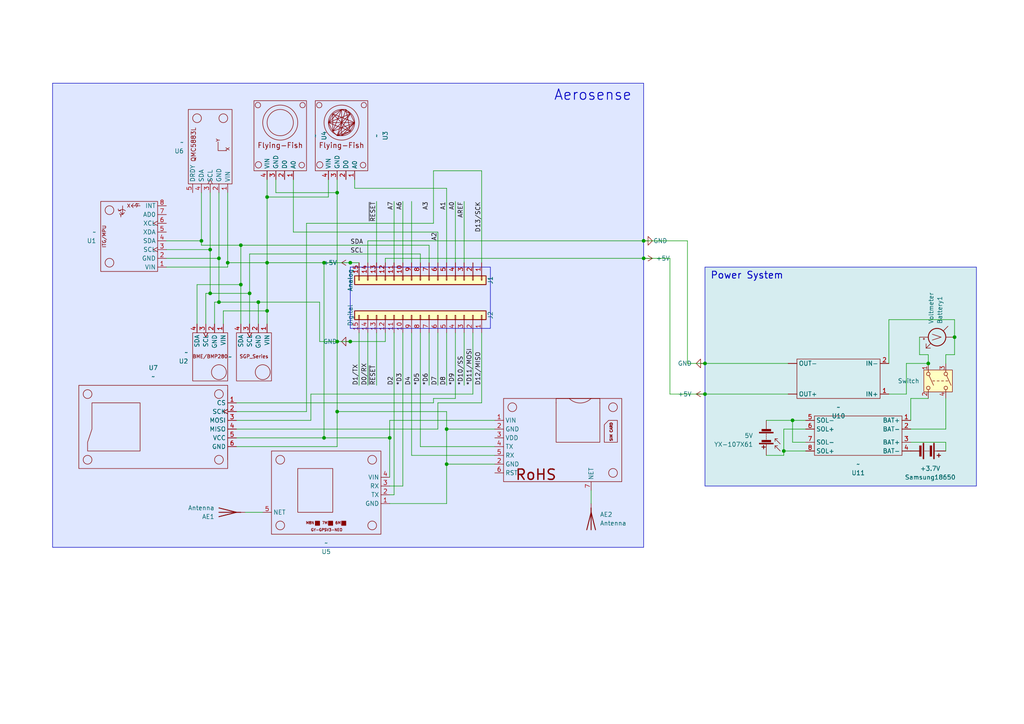
<source format=kicad_sch>
(kicad_sch
	(version 20250114)
	(generator "eeschema")
	(generator_version "9.0")
	(uuid "0d35483a-0b12-46cc-b9f2-896fd6831779")
	(paper "A4")
	(title_block
		(title "Aerosense")
		(date "2025-07-25")
		(company "Aztec Industries & Co.")
		(comment 1 "A mobile and autonomous weather station drone module")
	)
	(lib_symbols
		(symbol "Aerosense-Sensors:BME280_Module"
			(exclude_from_sim no)
			(in_bom yes)
			(on_board yes)
			(property "Reference" "U"
				(at 0 0 0)
				(effects
					(font
						(size 1.27 1.27)
					)
				)
			)
			(property "Value" ""
				(at 0 0 0)
				(effects
					(font
						(size 1.27 1.27)
					)
				)
			)
			(property "Footprint" ""
				(at 0 0 0)
				(effects
					(font
						(size 1.27 1.27)
					)
					(hide yes)
				)
			)
			(property "Datasheet" ""
				(at 0 0 0)
				(effects
					(font
						(size 1.27 1.27)
					)
				)
			)
			(property "Description" ""
				(at 0 0 0)
				(effects
					(font
						(size 1.27 1.27)
					)
					(hide yes)
				)
			)
			(symbol "BME280_Module_0_1"
				(rectangle
					(start 2.54 3.81)
					(end 16.51 -6.35)
					(stroke
						(width 0)
						(type default)
					)
					(fill
						(type none)
					)
				)
				(circle
					(center 13.97 1.27)
					(radius 2.1639)
					(stroke
						(width 0)
						(type default)
					)
					(fill
						(type none)
					)
				)
			)
			(symbol "BME280_Module_1_1"
				(text "BME/BMP280\n"
					(at 9.398 -1.27 900)
					(effects
						(font
							(size 1 1)
						)
					)
				)
				(pin power_in line
					(at 0 2.54 0)
					(length 2.54)
					(name "VIN"
						(effects
							(font
								(size 1.27 1.27)
							)
						)
					)
					(number "1"
						(effects
							(font
								(size 1.27 1.27)
							)
						)
					)
				)
				(pin power_in line
					(at 0 0 0)
					(length 2.54)
					(name "GND"
						(effects
							(font
								(size 1.27 1.27)
							)
						)
					)
					(number "2"
						(effects
							(font
								(size 1.27 1.27)
							)
						)
					)
				)
				(pin input clock
					(at 0 -2.54 0)
					(length 2.54)
					(name "SCL"
						(effects
							(font
								(size 1.27 1.27)
							)
						)
					)
					(number "3"
						(effects
							(font
								(size 1.27 1.27)
							)
						)
					)
				)
				(pin bidirectional line
					(at 0 -5.08 0)
					(length 2.54)
					(name "SDA"
						(effects
							(font
								(size 1.27 1.27)
							)
						)
					)
					(number "4"
						(effects
							(font
								(size 1.27 1.27)
							)
						)
					)
				)
			)
			(embedded_fonts no)
		)
		(symbol "Aerosense-Sensors:MPPT_Module"
			(exclude_from_sim no)
			(in_bom yes)
			(on_board yes)
			(property "Reference" "U"
				(at -13.97 -3.81 0)
				(effects
					(font
						(size 1.27 1.27)
					)
				)
			)
			(property "Value" ""
				(at -137.16 68.58 0)
				(effects
					(font
						(size 1.27 1.27)
					)
				)
			)
			(property "Footprint" ""
				(at -137.16 68.58 0)
				(effects
					(font
						(size 1.27 1.27)
					)
					(hide yes)
				)
			)
			(property "Datasheet" ""
				(at -137.16 68.58 0)
				(effects
					(font
						(size 1.27 1.27)
					)
					(hide yes)
				)
			)
			(property "Description" ""
				(at -137.16 68.58 0)
				(effects
					(font
						(size 1.27 1.27)
					)
					(hide yes)
				)
			)
			(symbol "MPPT_Module_0_1"
				(rectangle
					(start -11.43 6.35)
					(end 13.97 -5.08)
					(stroke
						(width 0)
						(type default)
					)
					(fill
						(type none)
					)
				)
			)
			(symbol "MPPT_Module_1_1"
				(pin power_in line
					(at -13.97 5.08 0)
					(length 2.54)
					(name "BAT-"
						(effects
							(font
								(size 1.27 1.27)
							)
						)
					)
					(number "4"
						(effects
							(font
								(size 1.27 1.27)
							)
						)
					)
				)
				(pin power_in line
					(at -13.97 2.54 0)
					(length 2.54)
					(name "BAT+"
						(effects
							(font
								(size 1.27 1.27)
							)
						)
					)
					(number "3"
						(effects
							(font
								(size 1.27 1.27)
							)
						)
					)
				)
				(pin power_in line
					(at -13.97 -1.27 0)
					(length 2.54)
					(name "BAT-"
						(effects
							(font
								(size 1.27 1.27)
							)
						)
					)
					(number "2"
						(effects
							(font
								(size 1.27 1.27)
							)
						)
					)
				)
				(pin power_in line
					(at -13.97 -3.81 0)
					(length 2.54)
					(name "BAT+"
						(effects
							(font
								(size 1.27 1.27)
							)
						)
					)
					(number "1"
						(effects
							(font
								(size 1.27 1.27)
							)
						)
					)
				)
				(pin power_in line
					(at 16.51 5.08 180)
					(length 2.54)
					(name "SOL+"
						(effects
							(font
								(size 1.27 1.27)
							)
						)
					)
					(number "8"
						(effects
							(font
								(size 1.27 1.27)
							)
						)
					)
				)
				(pin power_in line
					(at 16.51 2.54 180)
					(length 2.54)
					(name "SOL-"
						(effects
							(font
								(size 1.27 1.27)
							)
						)
					)
					(number "7"
						(effects
							(font
								(size 1.27 1.27)
							)
						)
					)
				)
				(pin power_in line
					(at 16.51 -1.27 180)
					(length 2.54)
					(name "SOL+"
						(effects
							(font
								(size 1.27 1.27)
							)
						)
					)
					(number "6"
						(effects
							(font
								(size 1.27 1.27)
							)
						)
					)
				)
				(pin power_in line
					(at 16.51 -3.81 180)
					(length 2.54)
					(name "SOL-"
						(effects
							(font
								(size 1.27 1.27)
							)
						)
					)
					(number "5"
						(effects
							(font
								(size 1.27 1.27)
							)
						)
					)
				)
			)
			(embedded_fonts no)
		)
		(symbol "Aerosense-Sensors:MPU6050_Module"
			(exclude_from_sim no)
			(in_bom yes)
			(on_board yes)
			(property "Reference" "U"
				(at 0 0 0)
				(effects
					(font
						(size 1.27 1.27)
					)
				)
			)
			(property "Value" ""
				(at 0 0 0)
				(effects
					(font
						(size 1.27 1.27)
					)
				)
			)
			(property "Footprint" ""
				(at 0 0 0)
				(effects
					(font
						(size 1.27 1.27)
					)
					(hide yes)
				)
			)
			(property "Datasheet" ""
				(at 0 0 0)
				(effects
					(font
						(size 1.27 1.27)
					)
					(hide yes)
				)
			)
			(property "Description" ""
				(at 0 0 0)
				(effects
					(font
						(size 1.27 1.27)
					)
					(hide yes)
				)
			)
			(symbol "MPU6050_Module_0_1"
				(rectangle
					(start 1.27 3.81)
					(end 17.78 -16.51)
					(stroke
						(width 0)
						(type default)
					)
					(fill
						(type none)
					)
				)
				(polyline
					(pts
						(xy 6.35 -15.24) (xy 8.89 -15.24)
					)
					(stroke
						(width 0)
						(type default)
					)
					(fill
						(type none)
					)
				)
				(polyline
					(pts
						(xy 7.3905 -15.9183) (xy 7.7732 -15.4591) (xy 7.467 -15.9183) (xy 6.625 -15.7652)
					)
					(stroke
						(width 0)
						(type default)
					)
					(fill
						(type none)
					)
				)
				(bezier
					(pts
						(xy 7.4287 -14.8084) (xy 6.9312 -15.306) (xy 7.3139 -15.8418) (xy 7.3139 -15.8418)
					)
					(stroke
						(width 0)
						(type default)
					)
					(fill
						(type none)
					)
				)
				(polyline
					(pts
						(xy 8.89 -15.24) (xy 8.3473 -14.6936) (xy 8.89 -15.24) (xy 8.309 -15.8801) (xy 8.89 -15.24)
					)
					(stroke
						(width 0)
						(type default)
					)
					(fill
						(type none)
					)
				)
				(bezier
					(pts
						(xy 10.6054 -13.775) (xy 11.6006 -14.6553) (xy 12.4808 -13.775) (xy 12.4808 -13.775)
					)
					(stroke
						(width 0)
						(type default)
					)
					(fill
						(type none)
					)
				)
				(polyline
					(pts
						(xy 11.43 -12.7) (xy 10.9116 -13.2775) (xy 11.43 -12.7) (xy 12.0216 -13.3923) (xy 11.43 -12.7)
					)
					(stroke
						(width 0)
						(type default)
					)
					(fill
						(type none)
					)
				)
				(polyline
					(pts
						(xy 11.43 -15.24) (xy 11.43 -12.7)
					)
					(stroke
						(width 0)
						(type default)
					)
					(fill
						(type none)
					)
				)
				(polyline
					(pts
						(xy 12.4043 -13.8898) (xy 11.9067 -13.8133) (xy 12.5957 -13.775) (xy 12.7105 -14.3109)
					)
					(stroke
						(width 0)
						(type default)
					)
					(fill
						(type none)
					)
				)
				(circle
					(center 15.24 1.27)
					(radius 1.27)
					(stroke
						(width 0)
						(type default)
					)
					(fill
						(type none)
					)
				)
				(circle
					(center 15.24 -13.97)
					(radius 1.27)
					(stroke
						(width 0)
						(type default)
					)
					(fill
						(type none)
					)
				)
			)
			(symbol "MPU6050_Module_1_1"
				(text "X"
					(at 9.652 -15.24 0)
					(effects
						(font
							(size 1 1)
						)
					)
				)
				(text "Y"
					(at 11.938 -12.446 0)
					(effects
						(font
							(size 1 1)
						)
					)
				)
				(text "ITG/MPU"
					(at 16.764 -6.35 900)
					(effects
						(font
							(size 1 1)
						)
					)
				)
				(pin power_in line
					(at -1.27 2.54 0)
					(length 2.54)
					(name "VIN"
						(effects
							(font
								(size 1.27 1.27)
							)
						)
					)
					(number "1"
						(effects
							(font
								(size 1.27 1.27)
							)
						)
					)
				)
				(pin power_in line
					(at -1.27 0 0)
					(length 2.54)
					(name "GND"
						(effects
							(font
								(size 1.27 1.27)
							)
						)
					)
					(number "2"
						(effects
							(font
								(size 1.27 1.27)
							)
						)
					)
				)
				(pin input clock
					(at -1.27 -2.54 0)
					(length 2.54)
					(name "SCL"
						(effects
							(font
								(size 1.27 1.27)
							)
						)
					)
					(number "3"
						(effects
							(font
								(size 1.27 1.27)
							)
						)
					)
				)
				(pin bidirectional line
					(at -1.27 -5.08 0)
					(length 2.54)
					(name "SDA"
						(effects
							(font
								(size 1.27 1.27)
							)
						)
					)
					(number "4"
						(effects
							(font
								(size 1.27 1.27)
							)
						)
					)
				)
				(pin bidirectional line
					(at -1.27 -7.62 0)
					(length 2.54)
					(name "XDA"
						(effects
							(font
								(size 1.27 1.27)
							)
						)
					)
					(number "5"
						(effects
							(font
								(size 1.27 1.27)
							)
						)
					)
				)
				(pin input clock
					(at -1.27 -10.16 0)
					(length 2.54)
					(name "XCL"
						(effects
							(font
								(size 1.27 1.27)
							)
						)
					)
					(number "6"
						(effects
							(font
								(size 1.27 1.27)
							)
						)
					)
				)
				(pin bidirectional line
					(at -1.27 -12.7 0)
					(length 2.54)
					(name "AD0"
						(effects
							(font
								(size 1.27 1.27)
							)
						)
					)
					(number "7"
						(effects
							(font
								(size 1.27 1.27)
							)
						)
					)
				)
				(pin input line
					(at -1.27 -15.24 0)
					(length 2.54)
					(name "INT"
						(effects
							(font
								(size 1.27 1.27)
							)
						)
					)
					(number "8"
						(effects
							(font
								(size 1.27 1.27)
							)
						)
					)
				)
			)
			(embedded_fonts no)
		)
		(symbol "Aerosense-Sensors:MQ-5_Module"
			(exclude_from_sim no)
			(in_bom yes)
			(on_board yes)
			(property "Reference" "U"
				(at 0 0 0)
				(effects
					(font
						(size 1.27 1.27)
					)
				)
			)
			(property "Value" ""
				(at 0 0 0)
				(effects
					(font
						(size 1.27 1.27)
					)
				)
			)
			(property "Footprint" ""
				(at 0 0 0)
				(effects
					(font
						(size 1.27 1.27)
					)
					(hide yes)
				)
			)
			(property "Datasheet" ""
				(at 0 0 0)
				(effects
					(font
						(size 1.27 1.27)
					)
					(hide yes)
				)
			)
			(property "Description" ""
				(at 0 0 0)
				(effects
					(font
						(size 1.27 1.27)
					)
					(hide yes)
				)
			)
			(symbol "MQ-5_Module_0_1"
				(rectangle
					(start -21.59 8.89)
					(end -1.27 -6.35)
					(stroke
						(width 0)
						(type default)
					)
					(fill
						(type none)
					)
				)
				(circle
					(center -20.3081 7.7436)
					(radius 0.7625)
					(stroke
						(width 0)
						(type default)
					)
					(fill
						(type none)
					)
				)
				(circle
					(center -20.3081 -5.2075)
					(radius 0.778)
					(stroke
						(width 0)
						(type default)
					)
					(fill
						(type none)
					)
				)
				(polyline
					(pts
						(xy -15.24 5.08) (xy -15.24 -2.54) (xy -19.05 1.27) (xy -11.43 1.27) (xy -15.24 5.08) (xy -17.78 3.81)
						(xy -12.7 -1.27) (xy -17.78 -1.27) (xy -12.7 3.81) (xy -11.43 0) (xy -19.05 2.54) (xy -17.78 3.81)
						(xy -15.24 5.08) (xy -12.7 3.81) (xy -11.43 1.27) (xy -11.43 0) (xy -12.7 -1.27) (xy -15.24 -2.54)
						(xy -17.78 -1.27) (xy -19.05 1.27) (xy -19.05 2.54) (xy -12.7 3.81) (xy -15.24 -2.54) (xy -17.78 3.81)
						(xy -15.24 5.08) (xy -12.7 -1.27) (xy -19.05 1.27) (xy -17.78 3.81) (xy -11.43 0) (xy -15.24 5.08)
						(xy -17.78 -1.27) (xy -12.7 -1.27) (xy -17.78 3.81)
					)
					(stroke
						(width 0)
						(type default)
					)
					(fill
						(type none)
					)
				)
				(circle
					(center -15.24 1.27)
					(radius 3.81)
					(stroke
						(width 0)
						(type default)
					)
					(fill
						(type none)
					)
				)
				(circle
					(center -15.24 1.27)
					(radius 5.08)
					(stroke
						(width 0)
						(type default)
					)
					(fill
						(type none)
					)
				)
				(circle
					(center -2.9885 -5.0529)
					(radius 0.9165)
					(stroke
						(width 0)
						(type default)
					)
					(fill
						(type none)
					)
				)
				(circle
					(center -2.9111 7.5116)
					(radius 0.8127)
					(stroke
						(width 0)
						(type default)
					)
					(fill
						(type none)
					)
				)
			)
			(symbol "MQ-5_Module_1_1"
				(text "Flying-Fish"
					(at -8.636 1.27 900)
					(effects
						(font
							(size 1.5 1.5)
							(thickness 0.1875)
						)
					)
				)
				(pin output line
					(at 1.27 5.08 180)
					(length 2.54)
					(name "A0"
						(effects
							(font
								(size 1.27 1.27)
							)
						)
					)
					(number "1"
						(effects
							(font
								(size 1.27 1.27)
							)
						)
					)
				)
				(pin output line
					(at 1.27 2.54 180)
					(length 2.54)
					(name "D0"
						(effects
							(font
								(size 1.27 1.27)
							)
						)
					)
					(number "2"
						(effects
							(font
								(size 1.27 1.27)
							)
						)
					)
				)
				(pin power_in line
					(at 1.27 0 180)
					(length 2.54)
					(name "GND"
						(effects
							(font
								(size 1.27 1.27)
							)
						)
					)
					(number "3"
						(effects
							(font
								(size 1.27 1.27)
							)
						)
					)
				)
				(pin power_in line
					(at 1.27 -2.54 180)
					(length 2.54)
					(name "VIN"
						(effects
							(font
								(size 1.27 1.27)
							)
						)
					)
					(number "4"
						(effects
							(font
								(size 1.27 1.27)
							)
						)
					)
				)
			)
			(embedded_fonts no)
		)
		(symbol "Aerosense-Sensors:MQ-7_Module"
			(exclude_from_sim no)
			(in_bom yes)
			(on_board yes)
			(property "Reference" "U"
				(at 8.89 -2.54 0)
				(effects
					(font
						(size 1.27 1.27)
					)
				)
			)
			(property "Value" ""
				(at 0 0 0)
				(effects
					(font
						(size 1.27 1.27)
					)
				)
			)
			(property "Footprint" ""
				(at 0 0 0)
				(effects
					(font
						(size 1.27 1.27)
					)
					(hide yes)
				)
			)
			(property "Datasheet" ""
				(at 0 0 0)
				(effects
					(font
						(size 1.27 1.27)
					)
					(hide yes)
				)
			)
			(property "Description" ""
				(at 0 0 0)
				(effects
					(font
						(size 1.27 1.27)
					)
					(hide yes)
				)
			)
			(symbol "MQ-7_Module_0_1"
				(rectangle
					(start -12.7 6.35)
					(end 7.62 -8.89)
					(stroke
						(width 0)
						(type default)
					)
					(fill
						(type none)
					)
				)
				(circle
					(center -11.4181 5.2036)
					(radius 0.7625)
					(stroke
						(width 0)
						(type default)
					)
					(fill
						(type none)
					)
				)
				(circle
					(center -11.4181 -7.7475)
					(radius 0.778)
					(stroke
						(width 0)
						(type default)
					)
					(fill
						(type none)
					)
				)
				(circle
					(center -6.35 -1.27)
					(radius 3.81)
					(stroke
						(width 0)
						(type default)
					)
					(fill
						(type none)
					)
				)
				(circle
					(center -6.35 -1.27)
					(radius 5.08)
					(stroke
						(width 0)
						(type default)
					)
					(fill
						(type none)
					)
				)
				(circle
					(center 5.9015 -7.5929)
					(radius 0.9165)
					(stroke
						(width 0)
						(type default)
					)
					(fill
						(type none)
					)
				)
				(circle
					(center 5.9789 4.9716)
					(radius 0.8127)
					(stroke
						(width 0)
						(type default)
					)
					(fill
						(type none)
					)
				)
			)
			(symbol "MQ-7_Module_1_1"
				(text "Flying-Fish"
					(at 0.254 -1.27 900)
					(effects
						(font
							(size 1.5 1.5)
							(thickness 0.1875)
						)
					)
				)
				(pin output line
					(at 10.16 2.54 180)
					(length 2.54)
					(name "A0"
						(effects
							(font
								(size 1.27 1.27)
							)
						)
					)
					(number "1"
						(effects
							(font
								(size 1.27 1.27)
							)
						)
					)
				)
				(pin output line
					(at 10.16 0 180)
					(length 2.54)
					(name "D0"
						(effects
							(font
								(size 1.27 1.27)
							)
						)
					)
					(number "2"
						(effects
							(font
								(size 1.27 1.27)
							)
						)
					)
				)
				(pin power_in line
					(at 10.16 -2.54 180)
					(length 2.54)
					(name "GND"
						(effects
							(font
								(size 1.27 1.27)
							)
						)
					)
					(number "3"
						(effects
							(font
								(size 1.27 1.27)
							)
						)
					)
				)
				(pin power_in line
					(at 10.16 -5.08 180)
					(length 2.54)
					(name "VIN"
						(effects
							(font
								(size 1.27 1.27)
							)
						)
					)
					(number "4"
						(effects
							(font
								(size 1.27 1.27)
							)
						)
					)
				)
			)
			(embedded_fonts no)
		)
		(symbol "Aerosense-Sensors:NEO6MV3_Module"
			(exclude_from_sim no)
			(in_bom yes)
			(on_board yes)
			(property "Reference" "U"
				(at 0 -1.27 0)
				(effects
					(font
						(size 1.27 1.27)
					)
				)
			)
			(property "Value" ""
				(at 0 0 0)
				(effects
					(font
						(size 1.27 1.27)
					)
				)
			)
			(property "Footprint" ""
				(at 0 0 0)
				(effects
					(font
						(size 1.27 1.27)
					)
					(hide yes)
				)
			)
			(property "Datasheet" ""
				(at 0 0 0)
				(effects
					(font
						(size 1.27 1.27)
					)
					(hide yes)
				)
			)
			(property "Description" ""
				(at 0 0 0)
				(effects
					(font
						(size 1.27 1.27)
					)
					(hide yes)
				)
			)
			(symbol "NEO6MV3_Module_0_1"
				(rectangle
					(start 1.27 7.62)
					(end 33.02 -16.51)
					(stroke
						(width 0)
						(type default)
					)
					(fill
						(type none)
					)
				)
				(circle
					(center 3.81 5.08)
					(radius 1.27)
					(stroke
						(width 0)
						(type default)
					)
					(fill
						(type none)
					)
				)
				(circle
					(center 3.81 -13.97)
					(radius 1.27)
					(stroke
						(width 0)
						(type default)
					)
					(fill
						(type none)
					)
				)
				(rectangle
					(start 11.43 5.08)
					(end 12.7 3.81)
					(stroke
						(width 0)
						(type default)
					)
					(fill
						(type outline)
					)
				)
				(rectangle
					(start 15.24 5.08)
					(end 16.51 3.81)
					(stroke
						(width 0)
						(type default)
					)
					(fill
						(type outline)
					)
				)
				(rectangle
					(start 15.24 1.27)
					(end 25.4 -11.43)
					(stroke
						(width 0)
						(type default)
					)
					(fill
						(type none)
					)
				)
				(rectangle
					(start 19.05 5.08)
					(end 20.32 3.81)
					(stroke
						(width 0)
						(type default)
					)
					(fill
						(type outline)
					)
				)
				(circle
					(center 30.48 5.08)
					(radius 1.27)
					(stroke
						(width 0)
						(type default)
					)
					(fill
						(type none)
					)
				)
				(circle
					(center 30.48 -13.97)
					(radius 1.27)
					(stroke
						(width 0)
						(type default)
					)
					(fill
						(type none)
					)
				)
			)
			(symbol "NEO6MV3_Module_1_1"
				(text "6M"
					(at 13.716 4.318 0)
					(effects
						(font
							(size 0.75 0.75)
						)
					)
				)
				(text "GY-GPSV3-NEO\n"
					(at 17.018 6.35 0)
					(effects
						(font
							(size 0.751 0.751)
						)
					)
				)
				(text "7M"
					(at 17.526 4.318 0)
					(effects
						(font
							(size 0.75 0.75)
						)
					)
				)
				(text "M8N"
					(at 21.844 4.318 0)
					(effects
						(font
							(size 0.75 0.75)
						)
					)
				)
				(pin power_in line
					(at -1.27 -1.27 0)
					(length 2.54)
					(name "GND"
						(effects
							(font
								(size 1.27 1.27)
							)
						)
					)
					(number "1"
						(effects
							(font
								(size 1.27 1.27)
							)
						)
					)
				)
				(pin output line
					(at -1.27 -3.81 0)
					(length 2.54)
					(name "TX"
						(effects
							(font
								(size 1.27 1.27)
							)
						)
					)
					(number "2"
						(effects
							(font
								(size 1.27 1.27)
							)
						)
					)
				)
				(pin input line
					(at -1.27 -6.35 0)
					(length 2.54)
					(name "RX"
						(effects
							(font
								(size 1.27 1.27)
							)
						)
					)
					(number "3"
						(effects
							(font
								(size 1.27 1.27)
							)
						)
					)
				)
				(pin power_in line
					(at -1.27 -8.89 0)
					(length 2.54)
					(name "VIN"
						(effects
							(font
								(size 1.27 1.27)
							)
						)
					)
					(number "4"
						(effects
							(font
								(size 1.27 1.27)
							)
						)
					)
				)
				(pin output line
					(at 35.56 1.27 180)
					(length 2.54)
					(name "NET"
						(effects
							(font
								(size 1.27 1.27)
							)
						)
					)
					(number "5"
						(effects
							(font
								(size 1.27 1.27)
							)
						)
					)
				)
			)
			(embedded_fonts no)
		)
		(symbol "Aerosense-Sensors:QMC5883L_Module"
			(exclude_from_sim no)
			(in_bom yes)
			(on_board yes)
			(property "Reference" "U"
				(at 8.89 2.54 0)
				(effects
					(font
						(size 1.27 1.27)
					)
				)
			)
			(property "Value" ""
				(at 0 0 0)
				(effects
					(font
						(size 1.27 1.27)
					)
				)
			)
			(property "Footprint" ""
				(at 0 0 0)
				(effects
					(font
						(size 1.27 1.27)
					)
					(hide yes)
				)
			)
			(property "Datasheet" ""
				(at 0 0 0)
				(effects
					(font
						(size 1.27 1.27)
					)
				)
			)
			(property "Description" ""
				(at 0 0 0)
				(effects
					(font
						(size 1.27 1.27)
					)
					(hide yes)
				)
			)
			(symbol "QMC5883L_Module_0_1"
				(rectangle
					(start -15.24 6.35)
					(end 6.35 -6.35)
					(stroke
						(width 0)
						(type default)
					)
					(fill
						(type none)
					)
				)
				(circle
					(center -12.7 3.81)
					(radius 1.27)
					(stroke
						(width 0)
						(type default)
					)
					(fill
						(type none)
					)
				)
				(circle
					(center -12.7 -3.81)
					(radius 1.27)
					(stroke
						(width 0)
						(type default)
					)
					(fill
						(type none)
					)
				)
				(polyline
					(pts
						(xy -5.842 2.286) (xy -3.302 2.286) (xy -3.302 4.826)
					)
					(stroke
						(width 0)
						(type default)
					)
					(fill
						(type none)
					)
				)
				(polyline
					(pts
						(xy -3.302 3.556) (xy -3.302 3.556)
					)
					(stroke
						(width 0)
						(type default)
					)
					(fill
						(type none)
					)
				)
			)
			(symbol "QMC5883L_Module_1_1"
				(text "Y"
					(at -6.35 2.286 0)
					(effects
						(font
							(size 1 1)
						)
					)
				)
				(text "QMC5883L\n"
					(at -5.08 -4.826 0)
					(effects
						(font
							(size 1.27 1.27)
						)
					)
				)
				(text "X"
					(at -3.81 5.08 0)
					(effects
						(font
							(size 1 1)
						)
					)
				)
				(pin power_in line
					(at 8.89 5.08 180)
					(length 2.54)
					(name "VIN"
						(effects
							(font
								(size 1.27 1.27)
							)
						)
					)
					(number "1"
						(effects
							(font
								(size 1.27 1.27)
							)
						)
					)
				)
				(pin power_in line
					(at 8.89 2.54 180)
					(length 2.54)
					(name "GND"
						(effects
							(font
								(size 1.27 1.27)
							)
						)
					)
					(number "2"
						(effects
							(font
								(size 1.27 1.27)
							)
						)
					)
				)
				(pin input clock
					(at 8.89 0 180)
					(length 2.54)
					(name "SCL"
						(effects
							(font
								(size 1.27 1.27)
							)
						)
					)
					(number "3"
						(effects
							(font
								(size 1.27 1.27)
							)
						)
					)
				)
				(pin bidirectional line
					(at 8.89 -2.54 180)
					(length 2.54)
					(name "SDA"
						(effects
							(font
								(size 1.27 1.27)
							)
						)
					)
					(number "4"
						(effects
							(font
								(size 1.27 1.27)
							)
						)
					)
				)
				(pin input line
					(at 8.89 -5.08 180)
					(length 2.54)
					(name "DRDY"
						(effects
							(font
								(size 1.27 1.27)
							)
						)
					)
					(number "5"
						(effects
							(font
								(size 1.27 1.27)
							)
						)
					)
				)
			)
			(embedded_fonts no)
		)
		(symbol "Aerosense-Sensors:SD_Card_Module"
			(exclude_from_sim no)
			(in_bom yes)
			(on_board yes)
			(property "Reference" "U"
				(at 15.24 2.54 0)
				(effects
					(font
						(size 1.27 1.27)
					)
				)
			)
			(property "Value" ""
				(at 0 0 0)
				(effects
					(font
						(size 1.27 1.27)
					)
				)
			)
			(property "Footprint" ""
				(at 0 0 0)
				(effects
					(font
						(size 1.27 1.27)
					)
					(hide yes)
				)
			)
			(property "Datasheet" ""
				(at 0 0 0)
				(effects
					(font
						(size 1.27 1.27)
					)
					(hide yes)
				)
			)
			(property "Description" ""
				(at 0 0 0)
				(effects
					(font
						(size 1.27 1.27)
					)
					(hide yes)
				)
			)
			(symbol "SD_Card_Module_0_1"
				(rectangle
					(start -22.86 10.16)
					(end 20.32 -13.97)
					(stroke
						(width 0)
						(type default)
					)
					(fill
						(type none)
					)
				)
				(circle
					(center -20.32 7.62)
					(radius 1.27)
					(stroke
						(width 0)
						(type default)
					)
					(fill
						(type none)
					)
				)
				(polyline
					(pts
						(xy -20.32 -8.89) (xy -20.32 -6.35) (xy -19.05 -2.54) (xy -19.05 5.08) (xy -5.08 5.08) (xy -5.08 -8.89)
						(xy -20.32 -8.89)
					)
					(stroke
						(width 0)
						(type default)
					)
					(fill
						(type none)
					)
				)
				(circle
					(center -20.32 -11.43)
					(radius 1.27)
					(stroke
						(width 0)
						(type default)
					)
					(fill
						(type none)
					)
				)
				(circle
					(center 17.78 7.62)
					(radius 1.27)
					(stroke
						(width 0)
						(type default)
					)
					(fill
						(type none)
					)
				)
				(circle
					(center 17.78 -11.43)
					(radius 1.27)
					(stroke
						(width 0)
						(type default)
					)
					(fill
						(type none)
					)
				)
				(rectangle
					(start 20.32 8.89)
					(end 20.32 -11.43)
					(stroke
						(width 0)
						(type default)
					)
					(fill
						(type none)
					)
				)
			)
			(symbol "SD_Card_Module_1_1"
				(pin input line
					(at 22.86 5.08 180)
					(length 2.54)
					(name "CS"
						(effects
							(font
								(size 1.27 1.27)
							)
						)
					)
					(number "1"
						(effects
							(font
								(size 1.27 1.27)
							)
						)
					)
				)
				(pin input clock
					(at 22.86 2.54 180)
					(length 2.54)
					(name "SCK"
						(effects
							(font
								(size 1.27 1.27)
							)
						)
					)
					(number "2"
						(effects
							(font
								(size 1.27 1.27)
							)
						)
					)
				)
				(pin bidirectional line
					(at 22.86 0 180)
					(length 2.54)
					(name "MOSI"
						(effects
							(font
								(size 1.27 1.27)
							)
						)
					)
					(number "3"
						(effects
							(font
								(size 1.27 1.27)
							)
						)
					)
				)
				(pin bidirectional line
					(at 22.86 -2.54 180)
					(length 2.54)
					(name "MISO"
						(effects
							(font
								(size 1.27 1.27)
							)
						)
					)
					(number "4"
						(effects
							(font
								(size 1.27 1.27)
							)
						)
					)
				)
				(pin power_in line
					(at 22.86 -5.08 180)
					(length 2.54)
					(name "VCC"
						(effects
							(font
								(size 1.27 1.27)
							)
						)
					)
					(number "5"
						(effects
							(font
								(size 1.27 1.27)
							)
						)
					)
				)
				(pin power_in line
					(at 22.86 -7.62 180)
					(length 2.54)
					(name "GND"
						(effects
							(font
								(size 1.27 1.27)
							)
						)
					)
					(number "6"
						(effects
							(font
								(size 1.27 1.27)
							)
						)
					)
				)
			)
			(embedded_fonts no)
		)
		(symbol "Aerosense-Sensors:SGP30_Module"
			(exclude_from_sim no)
			(in_bom yes)
			(on_board yes)
			(property "Reference" "U"
				(at 0 0 0)
				(effects
					(font
						(size 1.27 1.27)
					)
					(hide yes)
				)
			)
			(property "Value" ""
				(at 0 0 0)
				(effects
					(font
						(size 1.27 1.27)
					)
				)
			)
			(property "Footprint" ""
				(at 0 0 0)
				(effects
					(font
						(size 1.27 1.27)
					)
					(hide yes)
				)
			)
			(property "Datasheet" ""
				(at 0 0 0)
				(effects
					(font
						(size 1.27 1.27)
					)
				)
			)
			(property "Description" ""
				(at 0 0 0)
				(effects
					(font
						(size 1.27 1.27)
					)
					(hide yes)
				)
			)
			(symbol "SGP30_Module_0_1"
				(rectangle
					(start 1.27 3.81)
					(end 15.24 -6.35)
					(stroke
						(width 0)
						(type default)
					)
					(fill
						(type none)
					)
				)
				(circle
					(center 12.7 1.27)
					(radius 2.1639)
					(stroke
						(width 0)
						(type default)
					)
					(fill
						(type none)
					)
				)
			)
			(symbol "SGP30_Module_1_1"
				(text "SGP_Series\n"
					(at 8.128 -1.27 900)
					(effects
						(font
							(size 1 1)
						)
					)
				)
				(pin power_in line
					(at -1.27 2.54 0)
					(length 2.54)
					(name "VIN"
						(effects
							(font
								(size 1.27 1.27)
							)
						)
					)
					(number "1"
						(effects
							(font
								(size 1.27 1.27)
							)
						)
					)
				)
				(pin power_in line
					(at -1.27 0 0)
					(length 2.54)
					(name "GND"
						(effects
							(font
								(size 1.27 1.27)
							)
						)
					)
					(number "2"
						(effects
							(font
								(size 1.27 1.27)
							)
						)
					)
				)
				(pin input clock
					(at -1.27 -2.54 0)
					(length 2.54)
					(name "SCL"
						(effects
							(font
								(size 1.27 1.27)
							)
						)
					)
					(number "3"
						(effects
							(font
								(size 1.27 1.27)
							)
						)
					)
				)
				(pin bidirectional line
					(at -1.27 -5.08 0)
					(length 2.54)
					(name "SDA"
						(effects
							(font
								(size 1.27 1.27)
							)
						)
					)
					(number "4"
						(effects
							(font
								(size 1.27 1.27)
							)
						)
					)
				)
			)
			(embedded_fonts no)
		)
		(symbol "Aerosense-Sensors:SIM800LV2_Module"
			(exclude_from_sim no)
			(in_bom yes)
			(on_board yes)
			(property "Reference" "U"
				(at 0 0 0)
				(effects
					(font
						(size 1.27 1.27)
					)
				)
			)
			(property "Value" ""
				(at 0 0 0)
				(effects
					(font
						(size 1.27 1.27)
					)
				)
			)
			(property "Footprint" ""
				(at 0 0 0)
				(effects
					(font
						(size 1.27 1.27)
					)
					(hide yes)
				)
			)
			(property "Datasheet" ""
				(at 0 0 0)
				(effects
					(font
						(size 1.27 1.27)
					)
					(hide yes)
				)
			)
			(property "Description" ""
				(at 0 0 0)
				(effects
					(font
						(size 1.27 1.27)
					)
					(hide yes)
				)
			)
			(symbol "SIM800LV2_Module_0_1"
				(rectangle
					(start 1.27 8.89)
					(end 35.56 -15.24)
					(stroke
						(width 0)
						(type default)
					)
					(fill
						(type none)
					)
				)
				(circle
					(center 3.81 6.35)
					(radius 1.27)
					(stroke
						(width 0)
						(type default)
					)
					(fill
						(type none)
					)
				)
				(polyline
					(pts
						(xy 16.51 7.62) (xy 16.51 8.89) (xy 29.21 8.89) (xy 29.21 7.62)
					)
					(stroke
						(width 0)
						(type default)
					)
					(fill
						(type none)
					)
				)
				(polyline
					(pts
						(xy 16.51 7.62) (xy 16.51 -3.81) (xy 29.21 -3.81) (xy 29.21 7.62) (xy 29.21 -2.54)
					)
					(stroke
						(width 0)
						(type default)
					)
					(fill
						(type none)
					)
				)
				(arc
					(start 26.67 8.89)
					(mid 23.495 7.5749)
					(end 20.32 8.89)
					(stroke
						(width 0)
						(type default)
					)
					(fill
						(type none)
					)
				)
				(polyline
					(pts
						(xy 30.48 1.27) (xy 31.75 2.54) (xy 34.29 2.54) (xy 34.29 -3.81) (xy 30.48 -3.81) (xy 30.48 1.27)
					)
					(stroke
						(width 0)
						(type default)
					)
					(fill
						(type none)
					)
				)
				(circle
					(center 33.02 6.35)
					(radius 1.27)
					(stroke
						(width 0)
						(type default)
					)
					(fill
						(type none)
					)
				)
				(circle
					(center 33.02 -12.7)
					(radius 1.27)
					(stroke
						(width 0)
						(type default)
					)
					(fill
						(type none)
					)
				)
			)
			(symbol "SIM800LV2_Module_1_1"
				(text "RoHS"
					(at 10.668 -13.208 0)
					(effects
						(font
							(size 3 3)
							(thickness 0.4)
							(bold yes)
						)
					)
				)
				(text "SIM CARD"
					(at 32.512 -0.762 900)
					(effects
						(font
							(size 0.75 0.75)
							(thickness 0.254)
							(bold yes)
						)
					)
				)
				(pin power_in line
					(at -1.27 2.54 0)
					(length 2.54)
					(name "VIN"
						(effects
							(font
								(size 1.27 1.27)
							)
						)
					)
					(number "1"
						(effects
							(font
								(size 1.27 1.27)
							)
						)
					)
				)
				(pin power_in line
					(at -1.27 0 0)
					(length 2.54)
					(name "GND"
						(effects
							(font
								(size 1.27 1.27)
							)
						)
					)
					(number "2"
						(effects
							(font
								(size 1.27 1.27)
							)
						)
					)
				)
				(pin output line
					(at -1.27 -2.54 0)
					(length 2.54)
					(name "VDD"
						(effects
							(font
								(size 1.27 1.27)
							)
						)
					)
					(number "3"
						(effects
							(font
								(size 1.27 1.27)
							)
						)
					)
				)
				(pin output line
					(at -1.27 -5.08 0)
					(length 2.54)
					(name "TX"
						(effects
							(font
								(size 1.27 1.27)
							)
						)
					)
					(number "4"
						(effects
							(font
								(size 1.27 1.27)
							)
						)
					)
				)
				(pin input line
					(at -1.27 -7.62 0)
					(length 2.54)
					(name "RX"
						(effects
							(font
								(size 1.27 1.27)
							)
						)
					)
					(number "5"
						(effects
							(font
								(size 1.27 1.27)
							)
						)
					)
				)
				(pin power_in line
					(at -1.27 -10.16 0)
					(length 2.54)
					(name "GND"
						(effects
							(font
								(size 1.27 1.27)
							)
						)
					)
					(number "2"
						(effects
							(font
								(size 1.27 1.27)
							)
						)
					)
				)
				(pin input line
					(at -1.27 -12.7 0)
					(length 2.54)
					(name "RST"
						(effects
							(font
								(size 1.27 1.27)
							)
						)
					)
					(number "6"
						(effects
							(font
								(size 1.27 1.27)
							)
						)
					)
				)
				(pin output line
					(at 26.67 -17.78 90)
					(length 2.54)
					(name "NET"
						(effects
							(font
								(size 1.27 1.27)
							)
						)
					)
					(number "7"
						(effects
							(font
								(size 1.27 1.27)
							)
						)
					)
				)
			)
			(embedded_fonts no)
		)
		(symbol "Aerosense-Sensors:XL6009-Module"
			(exclude_from_sim no)
			(in_bom yes)
			(on_board yes)
			(property "Reference" "U"
				(at 0 0 0)
				(effects
					(font
						(size 1.27 1.27)
					)
				)
			)
			(property "Value" ""
				(at 0 0 0)
				(effects
					(font
						(size 1.27 1.27)
					)
				)
			)
			(property "Footprint" ""
				(at 0 0 0)
				(effects
					(font
						(size 1.27 1.27)
					)
					(hide yes)
				)
			)
			(property "Datasheet" ""
				(at 0 0 0)
				(effects
					(font
						(size 1.27 1.27)
					)
					(hide yes)
				)
			)
			(property "Description" ""
				(at 0 0 0)
				(effects
					(font
						(size 1.27 1.27)
					)
					(hide yes)
				)
			)
			(symbol "XL6009-Module_0_1"
				(rectangle
					(start 0 1.27)
					(end 24.13 -10.16)
					(stroke
						(width 0)
						(type default)
					)
					(fill
						(type none)
					)
				)
			)
			(symbol "XL6009-Module_1_1"
				(pin power_in line
					(at -2.54 0 0)
					(length 2.54)
					(name "IN+"
						(effects
							(font
								(size 1.27 1.27)
							)
						)
					)
					(number "1"
						(effects
							(font
								(size 1.27 1.27)
							)
						)
					)
				)
				(pin power_in line
					(at -2.54 -8.89 0)
					(length 2.54)
					(name "IN-"
						(effects
							(font
								(size 1.27 1.27)
							)
						)
					)
					(number "2"
						(effects
							(font
								(size 1.27 1.27)
							)
						)
					)
				)
				(pin power_in line
					(at 26.67 0 180)
					(length 2.54)
					(name "OUT+"
						(effects
							(font
								(size 1.27 1.27)
							)
						)
					)
					(number ""
						(effects
							(font
								(size 1.27 1.27)
							)
						)
					)
				)
				(pin power_in line
					(at 26.67 -8.89 180)
					(length 2.54)
					(name "OUT-"
						(effects
							(font
								(size 1.27 1.27)
							)
						)
					)
					(number ""
						(effects
							(font
								(size 1.27 1.27)
							)
						)
					)
				)
			)
			(embedded_fonts no)
		)
		(symbol "Connector_Generic:Conn_01x15"
			(pin_names
				(offset 1.016)
				(hide yes)
			)
			(exclude_from_sim no)
			(in_bom yes)
			(on_board yes)
			(property "Reference" "J"
				(at 0 20.32 0)
				(effects
					(font
						(size 1.27 1.27)
					)
				)
			)
			(property "Value" "Conn_01x15"
				(at 0 -20.32 0)
				(effects
					(font
						(size 1.27 1.27)
					)
				)
			)
			(property "Footprint" ""
				(at 0 0 0)
				(effects
					(font
						(size 1.27 1.27)
					)
					(hide yes)
				)
			)
			(property "Datasheet" "~"
				(at 0 0 0)
				(effects
					(font
						(size 1.27 1.27)
					)
					(hide yes)
				)
			)
			(property "Description" "Generic connector, single row, 01x15, script generated (kicad-library-utils/schlib/autogen/connector/)"
				(at 0 0 0)
				(effects
					(font
						(size 1.27 1.27)
					)
					(hide yes)
				)
			)
			(property "ki_keywords" "connector"
				(at 0 0 0)
				(effects
					(font
						(size 1.27 1.27)
					)
					(hide yes)
				)
			)
			(property "ki_fp_filters" "Connector*:*_1x??_*"
				(at 0 0 0)
				(effects
					(font
						(size 1.27 1.27)
					)
					(hide yes)
				)
			)
			(symbol "Conn_01x15_1_1"
				(rectangle
					(start -1.27 19.05)
					(end 1.27 -19.05)
					(stroke
						(width 0.254)
						(type default)
					)
					(fill
						(type background)
					)
				)
				(rectangle
					(start -1.27 17.907)
					(end 0 17.653)
					(stroke
						(width 0.1524)
						(type default)
					)
					(fill
						(type none)
					)
				)
				(rectangle
					(start -1.27 15.367)
					(end 0 15.113)
					(stroke
						(width 0.1524)
						(type default)
					)
					(fill
						(type none)
					)
				)
				(rectangle
					(start -1.27 12.827)
					(end 0 12.573)
					(stroke
						(width 0.1524)
						(type default)
					)
					(fill
						(type none)
					)
				)
				(rectangle
					(start -1.27 10.287)
					(end 0 10.033)
					(stroke
						(width 0.1524)
						(type default)
					)
					(fill
						(type none)
					)
				)
				(rectangle
					(start -1.27 7.747)
					(end 0 7.493)
					(stroke
						(width 0.1524)
						(type default)
					)
					(fill
						(type none)
					)
				)
				(rectangle
					(start -1.27 5.207)
					(end 0 4.953)
					(stroke
						(width 0.1524)
						(type default)
					)
					(fill
						(type none)
					)
				)
				(rectangle
					(start -1.27 2.667)
					(end 0 2.413)
					(stroke
						(width 0.1524)
						(type default)
					)
					(fill
						(type none)
					)
				)
				(rectangle
					(start -1.27 0.127)
					(end 0 -0.127)
					(stroke
						(width 0.1524)
						(type default)
					)
					(fill
						(type none)
					)
				)
				(rectangle
					(start -1.27 -2.413)
					(end 0 -2.667)
					(stroke
						(width 0.1524)
						(type default)
					)
					(fill
						(type none)
					)
				)
				(rectangle
					(start -1.27 -4.953)
					(end 0 -5.207)
					(stroke
						(width 0.1524)
						(type default)
					)
					(fill
						(type none)
					)
				)
				(rectangle
					(start -1.27 -7.493)
					(end 0 -7.747)
					(stroke
						(width 0.1524)
						(type default)
					)
					(fill
						(type none)
					)
				)
				(rectangle
					(start -1.27 -10.033)
					(end 0 -10.287)
					(stroke
						(width 0.1524)
						(type default)
					)
					(fill
						(type none)
					)
				)
				(rectangle
					(start -1.27 -12.573)
					(end 0 -12.827)
					(stroke
						(width 0.1524)
						(type default)
					)
					(fill
						(type none)
					)
				)
				(rectangle
					(start -1.27 -15.113)
					(end 0 -15.367)
					(stroke
						(width 0.1524)
						(type default)
					)
					(fill
						(type none)
					)
				)
				(rectangle
					(start -1.27 -17.653)
					(end 0 -17.907)
					(stroke
						(width 0.1524)
						(type default)
					)
					(fill
						(type none)
					)
				)
				(pin passive line
					(at -5.08 17.78 0)
					(length 3.81)
					(name "Pin_1"
						(effects
							(font
								(size 1.27 1.27)
							)
						)
					)
					(number "1"
						(effects
							(font
								(size 1.27 1.27)
							)
						)
					)
				)
				(pin passive line
					(at -5.08 15.24 0)
					(length 3.81)
					(name "Pin_2"
						(effects
							(font
								(size 1.27 1.27)
							)
						)
					)
					(number "2"
						(effects
							(font
								(size 1.27 1.27)
							)
						)
					)
				)
				(pin passive line
					(at -5.08 12.7 0)
					(length 3.81)
					(name "Pin_3"
						(effects
							(font
								(size 1.27 1.27)
							)
						)
					)
					(number "3"
						(effects
							(font
								(size 1.27 1.27)
							)
						)
					)
				)
				(pin passive line
					(at -5.08 10.16 0)
					(length 3.81)
					(name "Pin_4"
						(effects
							(font
								(size 1.27 1.27)
							)
						)
					)
					(number "4"
						(effects
							(font
								(size 1.27 1.27)
							)
						)
					)
				)
				(pin passive line
					(at -5.08 7.62 0)
					(length 3.81)
					(name "Pin_5"
						(effects
							(font
								(size 1.27 1.27)
							)
						)
					)
					(number "5"
						(effects
							(font
								(size 1.27 1.27)
							)
						)
					)
				)
				(pin passive line
					(at -5.08 5.08 0)
					(length 3.81)
					(name "Pin_6"
						(effects
							(font
								(size 1.27 1.27)
							)
						)
					)
					(number "6"
						(effects
							(font
								(size 1.27 1.27)
							)
						)
					)
				)
				(pin passive line
					(at -5.08 2.54 0)
					(length 3.81)
					(name "Pin_7"
						(effects
							(font
								(size 1.27 1.27)
							)
						)
					)
					(number "7"
						(effects
							(font
								(size 1.27 1.27)
							)
						)
					)
				)
				(pin passive line
					(at -5.08 0 0)
					(length 3.81)
					(name "Pin_8"
						(effects
							(font
								(size 1.27 1.27)
							)
						)
					)
					(number "8"
						(effects
							(font
								(size 1.27 1.27)
							)
						)
					)
				)
				(pin passive line
					(at -5.08 -2.54 0)
					(length 3.81)
					(name "Pin_9"
						(effects
							(font
								(size 1.27 1.27)
							)
						)
					)
					(number "9"
						(effects
							(font
								(size 1.27 1.27)
							)
						)
					)
				)
				(pin passive line
					(at -5.08 -5.08 0)
					(length 3.81)
					(name "Pin_10"
						(effects
							(font
								(size 1.27 1.27)
							)
						)
					)
					(number "10"
						(effects
							(font
								(size 1.27 1.27)
							)
						)
					)
				)
				(pin passive line
					(at -5.08 -7.62 0)
					(length 3.81)
					(name "Pin_11"
						(effects
							(font
								(size 1.27 1.27)
							)
						)
					)
					(number "11"
						(effects
							(font
								(size 1.27 1.27)
							)
						)
					)
				)
				(pin passive line
					(at -5.08 -10.16 0)
					(length 3.81)
					(name "Pin_12"
						(effects
							(font
								(size 1.27 1.27)
							)
						)
					)
					(number "12"
						(effects
							(font
								(size 1.27 1.27)
							)
						)
					)
				)
				(pin passive line
					(at -5.08 -12.7 0)
					(length 3.81)
					(name "Pin_13"
						(effects
							(font
								(size 1.27 1.27)
							)
						)
					)
					(number "13"
						(effects
							(font
								(size 1.27 1.27)
							)
						)
					)
				)
				(pin passive line
					(at -5.08 -15.24 0)
					(length 3.81)
					(name "Pin_14"
						(effects
							(font
								(size 1.27 1.27)
							)
						)
					)
					(number "14"
						(effects
							(font
								(size 1.27 1.27)
							)
						)
					)
				)
				(pin passive line
					(at -5.08 -17.78 0)
					(length 3.81)
					(name "Pin_15"
						(effects
							(font
								(size 1.27 1.27)
							)
						)
					)
					(number "15"
						(effects
							(font
								(size 1.27 1.27)
							)
						)
					)
				)
			)
			(embedded_fonts no)
		)
		(symbol "Device:Antenna"
			(pin_numbers
				(hide yes)
			)
			(pin_names
				(offset 1.016)
				(hide yes)
			)
			(exclude_from_sim no)
			(in_bom yes)
			(on_board yes)
			(property "Reference" "AE"
				(at -1.905 1.905 0)
				(effects
					(font
						(size 1.27 1.27)
					)
					(justify right)
				)
			)
			(property "Value" "Antenna"
				(at -1.905 0 0)
				(effects
					(font
						(size 1.27 1.27)
					)
					(justify right)
				)
			)
			(property "Footprint" ""
				(at 0 0 0)
				(effects
					(font
						(size 1.27 1.27)
					)
					(hide yes)
				)
			)
			(property "Datasheet" "~"
				(at 0 0 0)
				(effects
					(font
						(size 1.27 1.27)
					)
					(hide yes)
				)
			)
			(property "Description" "Antenna"
				(at 0 0 0)
				(effects
					(font
						(size 1.27 1.27)
					)
					(hide yes)
				)
			)
			(property "ki_keywords" "antenna"
				(at 0 0 0)
				(effects
					(font
						(size 1.27 1.27)
					)
					(hide yes)
				)
			)
			(symbol "Antenna_0_1"
				(polyline
					(pts
						(xy 0 2.54) (xy 0 -3.81)
					)
					(stroke
						(width 0.254)
						(type default)
					)
					(fill
						(type none)
					)
				)
				(polyline
					(pts
						(xy 1.27 2.54) (xy 0 -2.54) (xy -1.27 2.54)
					)
					(stroke
						(width 0.254)
						(type default)
					)
					(fill
						(type none)
					)
				)
			)
			(symbol "Antenna_1_1"
				(pin input line
					(at 0 -5.08 90)
					(length 2.54)
					(name "A"
						(effects
							(font
								(size 1.27 1.27)
							)
						)
					)
					(number "1"
						(effects
							(font
								(size 1.27 1.27)
							)
						)
					)
				)
			)
			(embedded_fonts no)
		)
		(symbol "Device:Battery"
			(pin_numbers
				(hide yes)
			)
			(pin_names
				(offset 0)
				(hide yes)
			)
			(exclude_from_sim no)
			(in_bom yes)
			(on_board yes)
			(property "Reference" "BT"
				(at 2.54 2.54 0)
				(effects
					(font
						(size 1.27 1.27)
					)
					(justify left)
				)
			)
			(property "Value" "Battery"
				(at 2.54 0 0)
				(effects
					(font
						(size 1.27 1.27)
					)
					(justify left)
				)
			)
			(property "Footprint" ""
				(at 0 1.524 90)
				(effects
					(font
						(size 1.27 1.27)
					)
					(hide yes)
				)
			)
			(property "Datasheet" "~"
				(at 0 1.524 90)
				(effects
					(font
						(size 1.27 1.27)
					)
					(hide yes)
				)
			)
			(property "Description" "Multiple-cell battery"
				(at 0 0 0)
				(effects
					(font
						(size 1.27 1.27)
					)
					(hide yes)
				)
			)
			(property "ki_keywords" "batt voltage-source cell"
				(at 0 0 0)
				(effects
					(font
						(size 1.27 1.27)
					)
					(hide yes)
				)
			)
			(symbol "Battery_0_1"
				(rectangle
					(start -2.286 1.778)
					(end 2.286 1.524)
					(stroke
						(width 0)
						(type default)
					)
					(fill
						(type outline)
					)
				)
				(rectangle
					(start -2.286 -1.27)
					(end 2.286 -1.524)
					(stroke
						(width 0)
						(type default)
					)
					(fill
						(type outline)
					)
				)
				(rectangle
					(start -1.524 1.016)
					(end 1.524 0.508)
					(stroke
						(width 0)
						(type default)
					)
					(fill
						(type outline)
					)
				)
				(rectangle
					(start -1.524 -2.032)
					(end 1.524 -2.54)
					(stroke
						(width 0)
						(type default)
					)
					(fill
						(type outline)
					)
				)
				(polyline
					(pts
						(xy 0 1.778) (xy 0 2.54)
					)
					(stroke
						(width 0)
						(type default)
					)
					(fill
						(type none)
					)
				)
				(polyline
					(pts
						(xy 0 0) (xy 0 0.254)
					)
					(stroke
						(width 0)
						(type default)
					)
					(fill
						(type none)
					)
				)
				(polyline
					(pts
						(xy 0 -0.508) (xy 0 -0.254)
					)
					(stroke
						(width 0)
						(type default)
					)
					(fill
						(type none)
					)
				)
				(polyline
					(pts
						(xy 0 -1.016) (xy 0 -0.762)
					)
					(stroke
						(width 0)
						(type default)
					)
					(fill
						(type none)
					)
				)
				(polyline
					(pts
						(xy 0.762 3.048) (xy 1.778 3.048)
					)
					(stroke
						(width 0.254)
						(type default)
					)
					(fill
						(type none)
					)
				)
				(polyline
					(pts
						(xy 1.27 3.556) (xy 1.27 2.54)
					)
					(stroke
						(width 0.254)
						(type default)
					)
					(fill
						(type none)
					)
				)
			)
			(symbol "Battery_1_1"
				(pin passive line
					(at 0 5.08 270)
					(length 2.54)
					(name "+"
						(effects
							(font
								(size 1.27 1.27)
							)
						)
					)
					(number "1"
						(effects
							(font
								(size 1.27 1.27)
							)
						)
					)
				)
				(pin passive line
					(at 0 -5.08 90)
					(length 2.54)
					(name "-"
						(effects
							(font
								(size 1.27 1.27)
							)
						)
					)
					(number "2"
						(effects
							(font
								(size 1.27 1.27)
							)
						)
					)
				)
			)
			(embedded_fonts no)
		)
		(symbol "Device:Solar_Cells"
			(pin_numbers
				(hide yes)
			)
			(pin_names
				(offset 0)
				(hide yes)
			)
			(exclude_from_sim no)
			(in_bom yes)
			(on_board yes)
			(property "Reference" "SC"
				(at 2.54 2.54 0)
				(effects
					(font
						(size 1.27 1.27)
					)
					(justify left)
				)
			)
			(property "Value" "Solar_Cells"
				(at 2.54 0 0)
				(effects
					(font
						(size 1.27 1.27)
					)
					(justify left)
				)
			)
			(property "Footprint" ""
				(at 0 1.524 90)
				(effects
					(font
						(size 1.27 1.27)
					)
					(hide yes)
				)
			)
			(property "Datasheet" "~"
				(at 0 1.524 90)
				(effects
					(font
						(size 1.27 1.27)
					)
					(hide yes)
				)
			)
			(property "Description" "Multiple solar cells"
				(at 0 0 0)
				(effects
					(font
						(size 1.27 1.27)
					)
					(hide yes)
				)
			)
			(property "ki_keywords" "solar cell"
				(at 0 0 0)
				(effects
					(font
						(size 1.27 1.27)
					)
					(hide yes)
				)
			)
			(symbol "Solar_Cells_0_1"
				(polyline
					(pts
						(xy -2.54 3.048) (xy -2.54 2.286) (xy -3.302 2.286)
					)
					(stroke
						(width 0)
						(type default)
					)
					(fill
						(type none)
					)
				)
				(polyline
					(pts
						(xy -2.54 2.286) (xy -4.064 3.81)
					)
					(stroke
						(width 0)
						(type default)
					)
					(fill
						(type none)
					)
				)
				(polyline
					(pts
						(xy -2.54 1.016) (xy -2.54 0.254) (xy -3.302 0.254)
					)
					(stroke
						(width 0)
						(type default)
					)
					(fill
						(type none)
					)
				)
				(polyline
					(pts
						(xy -2.54 0.254) (xy -4.064 1.778)
					)
					(stroke
						(width 0)
						(type default)
					)
					(fill
						(type none)
					)
				)
				(rectangle
					(start -2.032 1.778)
					(end 2.032 1.524)
					(stroke
						(width 0)
						(type default)
					)
					(fill
						(type outline)
					)
				)
				(rectangle
					(start -2.032 -1.397)
					(end 2.032 -1.651)
					(stroke
						(width 0)
						(type default)
					)
					(fill
						(type outline)
					)
				)
				(rectangle
					(start -1.3208 1.1938)
					(end 1.27 0.6858)
					(stroke
						(width 0)
						(type default)
					)
					(fill
						(type outline)
					)
				)
				(rectangle
					(start -1.3208 -1.9812)
					(end 1.27 -2.4892)
					(stroke
						(width 0)
						(type default)
					)
					(fill
						(type outline)
					)
				)
				(polyline
					(pts
						(xy 0 1.778) (xy 0 2.54)
					)
					(stroke
						(width 0)
						(type default)
					)
					(fill
						(type none)
					)
				)
				(polyline
					(pts
						(xy 0 0.508) (xy 0 0.762)
					)
					(stroke
						(width 0)
						(type default)
					)
					(fill
						(type none)
					)
				)
				(polyline
					(pts
						(xy 0 0) (xy 0 0.254)
					)
					(stroke
						(width 0)
						(type default)
					)
					(fill
						(type none)
					)
				)
				(polyline
					(pts
						(xy 0 -0.508) (xy 0 -0.254)
					)
					(stroke
						(width 0)
						(type default)
					)
					(fill
						(type none)
					)
				)
				(polyline
					(pts
						(xy 0 -1.016) (xy 0 -0.762)
					)
					(stroke
						(width 0)
						(type default)
					)
					(fill
						(type none)
					)
				)
				(polyline
					(pts
						(xy 0 -1.524) (xy 0 -1.27)
					)
					(stroke
						(width 0)
						(type default)
					)
					(fill
						(type none)
					)
				)
				(polyline
					(pts
						(xy 0.254 2.667) (xy 1.27 2.667)
					)
					(stroke
						(width 0.254)
						(type default)
					)
					(fill
						(type none)
					)
				)
				(polyline
					(pts
						(xy 0.762 3.175) (xy 0.762 2.159)
					)
					(stroke
						(width 0.254)
						(type default)
					)
					(fill
						(type none)
					)
				)
			)
			(symbol "Solar_Cells_1_1"
				(pin passive line
					(at 0 5.08 270)
					(length 2.54)
					(name "+"
						(effects
							(font
								(size 1.27 1.27)
							)
						)
					)
					(number "1"
						(effects
							(font
								(size 1.27 1.27)
							)
						)
					)
				)
				(pin passive line
					(at 0 -5.08 90)
					(length 2.54)
					(name "-"
						(effects
							(font
								(size 1.27 1.27)
							)
						)
					)
					(number "2"
						(effects
							(font
								(size 1.27 1.27)
							)
						)
					)
				)
			)
			(embedded_fonts no)
		)
		(symbol "Device:Voltmeter_DC"
			(pin_numbers
				(hide yes)
			)
			(pin_names
				(offset 0.0254)
				(hide yes)
			)
			(exclude_from_sim no)
			(in_bom yes)
			(on_board yes)
			(property "Reference" "MES"
				(at -3.302 1.016 0)
				(effects
					(font
						(size 1.27 1.27)
					)
					(justify right)
				)
			)
			(property "Value" "Voltmeter_DC"
				(at -3.302 -0.762 0)
				(effects
					(font
						(size 1.27 1.27)
					)
					(justify right)
				)
			)
			(property "Footprint" ""
				(at 0 2.54 90)
				(effects
					(font
						(size 1.27 1.27)
					)
					(hide yes)
				)
			)
			(property "Datasheet" "~"
				(at 0 2.54 90)
				(effects
					(font
						(size 1.27 1.27)
					)
					(hide yes)
				)
			)
			(property "Description" "DC voltmeter"
				(at 0 0 0)
				(effects
					(font
						(size 1.27 1.27)
					)
					(hide yes)
				)
			)
			(property "ki_keywords" "voltmeter DC"
				(at 0 0 0)
				(effects
					(font
						(size 1.27 1.27)
					)
					(hide yes)
				)
			)
			(symbol "Voltmeter_DC_0_0"
				(polyline
					(pts
						(xy -3.175 -3.175) (xy -1.905 -1.905)
					)
					(stroke
						(width 0)
						(type default)
					)
					(fill
						(type none)
					)
				)
				(polyline
					(pts
						(xy 1.905 3.175) (xy 3.175 3.175) (xy 3.175 1.905)
					)
					(stroke
						(width 0)
						(type default)
					)
					(fill
						(type none)
					)
				)
				(polyline
					(pts
						(xy 1.905 1.905) (xy 3.175 3.175)
					)
					(stroke
						(width 0)
						(type default)
					)
					(fill
						(type none)
					)
				)
				(text "V"
					(at 0 0 0)
					(effects
						(font
							(size 2.54 2.54)
						)
					)
				)
			)
			(symbol "Voltmeter_DC_0_1"
				(circle
					(center 0 0)
					(radius 2.54)
					(stroke
						(width 0.254)
						(type default)
					)
					(fill
						(type none)
					)
				)
				(polyline
					(pts
						(xy 0.254 3.81) (xy 0.762 3.81)
					)
					(stroke
						(width 0)
						(type default)
					)
					(fill
						(type none)
					)
				)
				(polyline
					(pts
						(xy 0.508 4.064) (xy 0.508 3.556)
					)
					(stroke
						(width 0)
						(type default)
					)
					(fill
						(type none)
					)
				)
			)
			(symbol "Voltmeter_DC_1_1"
				(pin passive line
					(at 0 5.08 270)
					(length 2.54)
					(name "+"
						(effects
							(font
								(size 1.27 1.27)
							)
						)
					)
					(number "2"
						(effects
							(font
								(size 1.27 1.27)
							)
						)
					)
				)
				(pin passive line
					(at 0 -5.08 90)
					(length 2.54)
					(name "-"
						(effects
							(font
								(size 1.27 1.27)
							)
						)
					)
					(number "1"
						(effects
							(font
								(size 1.27 1.27)
							)
						)
					)
				)
			)
			(embedded_fonts no)
		)
		(symbol "Switch:SW_DPST"
			(pin_names
				(offset 0)
				(hide yes)
			)
			(exclude_from_sim no)
			(in_bom yes)
			(on_board yes)
			(property "Reference" "SW"
				(at 0 6.35 0)
				(effects
					(font
						(size 1.27 1.27)
					)
				)
			)
			(property "Value" "SW_DPST"
				(at 0 -5.08 0)
				(effects
					(font
						(size 1.27 1.27)
					)
				)
			)
			(property "Footprint" ""
				(at 0 0 0)
				(effects
					(font
						(size 1.27 1.27)
					)
					(hide yes)
				)
			)
			(property "Datasheet" "~"
				(at 0 0 0)
				(effects
					(font
						(size 1.27 1.27)
					)
					(hide yes)
				)
			)
			(property "Description" "Double Pole Single Throw (DPST) Switch"
				(at 0 0 0)
				(effects
					(font
						(size 1.27 1.27)
					)
					(hide yes)
				)
			)
			(property "ki_keywords" "switch dual double-pole single-throw OFF-ON"
				(at 0 0 0)
				(effects
					(font
						(size 1.27 1.27)
					)
					(hide yes)
				)
			)
			(symbol "SW_DPST_0_0"
				(circle
					(center -2.032 2.54)
					(radius 0.508)
					(stroke
						(width 0)
						(type default)
					)
					(fill
						(type none)
					)
				)
				(circle
					(center -2.032 -2.54)
					(radius 0.508)
					(stroke
						(width 0)
						(type default)
					)
					(fill
						(type none)
					)
				)
				(polyline
					(pts
						(xy -1.524 2.794) (xy 1.27 4.064)
					)
					(stroke
						(width 0)
						(type default)
					)
					(fill
						(type none)
					)
				)
				(polyline
					(pts
						(xy -1.524 -2.286) (xy 1.27 -1.016)
					)
					(stroke
						(width 0)
						(type default)
					)
					(fill
						(type none)
					)
				)
				(polyline
					(pts
						(xy 0 2.54) (xy 0 3.175)
					)
					(stroke
						(width 0)
						(type default)
					)
					(fill
						(type none)
					)
				)
				(polyline
					(pts
						(xy 0 1.27) (xy 0 1.905)
					)
					(stroke
						(width 0)
						(type default)
					)
					(fill
						(type none)
					)
				)
				(polyline
					(pts
						(xy 0 0) (xy 0 0.635)
					)
					(stroke
						(width 0)
						(type default)
					)
					(fill
						(type none)
					)
				)
				(polyline
					(pts
						(xy 0 -1.27) (xy 0 -0.635)
					)
					(stroke
						(width 0)
						(type default)
					)
					(fill
						(type none)
					)
				)
				(circle
					(center 2.032 2.54)
					(radius 0.508)
					(stroke
						(width 0)
						(type default)
					)
					(fill
						(type none)
					)
				)
				(circle
					(center 2.032 -2.54)
					(radius 0.508)
					(stroke
						(width 0)
						(type default)
					)
					(fill
						(type none)
					)
				)
			)
			(symbol "SW_DPST_1_1"
				(rectangle
					(start -3.175 4.445)
					(end 3.175 -3.81)
					(stroke
						(width 0)
						(type default)
					)
					(fill
						(type background)
					)
				)
				(pin passive line
					(at -5.08 2.54 0)
					(length 2.54)
					(name "3"
						(effects
							(font
								(size 1.27 1.27)
							)
						)
					)
					(number "3"
						(effects
							(font
								(size 1.27 1.27)
							)
						)
					)
				)
				(pin passive line
					(at -5.08 -2.54 0)
					(length 2.54)
					(name "1"
						(effects
							(font
								(size 1.27 1.27)
							)
						)
					)
					(number "1"
						(effects
							(font
								(size 1.27 1.27)
							)
						)
					)
				)
				(pin passive line
					(at 5.08 2.54 180)
					(length 2.54)
					(name "4"
						(effects
							(font
								(size 1.27 1.27)
							)
						)
					)
					(number "4"
						(effects
							(font
								(size 1.27 1.27)
							)
						)
					)
				)
				(pin passive line
					(at 5.08 -2.54 180)
					(length 2.54)
					(name "2"
						(effects
							(font
								(size 1.27 1.27)
							)
						)
					)
					(number "2"
						(effects
							(font
								(size 1.27 1.27)
							)
						)
					)
				)
			)
			(embedded_fonts no)
		)
		(symbol "power:+5V"
			(power)
			(pin_numbers
				(hide yes)
			)
			(pin_names
				(offset 0)
				(hide yes)
			)
			(exclude_from_sim no)
			(in_bom yes)
			(on_board yes)
			(property "Reference" "#PWR"
				(at 0 -3.81 0)
				(effects
					(font
						(size 1.27 1.27)
					)
					(hide yes)
				)
			)
			(property "Value" "+5V"
				(at 0 3.556 0)
				(effects
					(font
						(size 1.27 1.27)
					)
				)
			)
			(property "Footprint" ""
				(at 0 0 0)
				(effects
					(font
						(size 1.27 1.27)
					)
					(hide yes)
				)
			)
			(property "Datasheet" ""
				(at 0 0 0)
				(effects
					(font
						(size 1.27 1.27)
					)
					(hide yes)
				)
			)
			(property "Description" "Power symbol creates a global label with name \"+5V\""
				(at 0 0 0)
				(effects
					(font
						(size 1.27 1.27)
					)
					(hide yes)
				)
			)
			(property "ki_keywords" "global power"
				(at 0 0 0)
				(effects
					(font
						(size 1.27 1.27)
					)
					(hide yes)
				)
			)
			(symbol "+5V_0_1"
				(polyline
					(pts
						(xy -0.762 1.27) (xy 0 2.54)
					)
					(stroke
						(width 0)
						(type default)
					)
					(fill
						(type none)
					)
				)
				(polyline
					(pts
						(xy 0 2.54) (xy 0.762 1.27)
					)
					(stroke
						(width 0)
						(type default)
					)
					(fill
						(type none)
					)
				)
				(polyline
					(pts
						(xy 0 0) (xy 0 2.54)
					)
					(stroke
						(width 0)
						(type default)
					)
					(fill
						(type none)
					)
				)
			)
			(symbol "+5V_1_1"
				(pin power_in line
					(at 0 0 90)
					(length 0)
					(name "~"
						(effects
							(font
								(size 1.27 1.27)
							)
						)
					)
					(number "1"
						(effects
							(font
								(size 1.27 1.27)
							)
						)
					)
				)
			)
			(embedded_fonts no)
		)
		(symbol "power:GND"
			(power)
			(pin_numbers
				(hide yes)
			)
			(pin_names
				(offset 0)
				(hide yes)
			)
			(exclude_from_sim no)
			(in_bom yes)
			(on_board yes)
			(property "Reference" "#PWR"
				(at 0 -6.35 0)
				(effects
					(font
						(size 1.27 1.27)
					)
					(hide yes)
				)
			)
			(property "Value" "GND"
				(at 0 -3.81 0)
				(effects
					(font
						(size 1.27 1.27)
					)
				)
			)
			(property "Footprint" ""
				(at 0 0 0)
				(effects
					(font
						(size 1.27 1.27)
					)
					(hide yes)
				)
			)
			(property "Datasheet" ""
				(at 0 0 0)
				(effects
					(font
						(size 1.27 1.27)
					)
					(hide yes)
				)
			)
			(property "Description" "Power symbol creates a global label with name \"GND\" , ground"
				(at 0 0 0)
				(effects
					(font
						(size 1.27 1.27)
					)
					(hide yes)
				)
			)
			(property "ki_keywords" "global power"
				(at 0 0 0)
				(effects
					(font
						(size 1.27 1.27)
					)
					(hide yes)
				)
			)
			(symbol "GND_0_1"
				(polyline
					(pts
						(xy 0 0) (xy 0 -1.27) (xy 1.27 -1.27) (xy 0 -2.54) (xy -1.27 -1.27) (xy 0 -1.27)
					)
					(stroke
						(width 0)
						(type default)
					)
					(fill
						(type none)
					)
				)
			)
			(symbol "GND_1_1"
				(pin power_in line
					(at 0 0 270)
					(length 0)
					(name "~"
						(effects
							(font
								(size 1.27 1.27)
							)
						)
					)
					(number "1"
						(effects
							(font
								(size 1.27 1.27)
							)
						)
					)
				)
			)
			(embedded_fonts no)
		)
	)
	(rectangle
		(start 204.47 77.47)
		(end 283.21 140.97)
		(stroke
			(width 0)
			(type default)
		)
		(fill
			(type color)
			(color 119 194 205 0.3)
		)
		(uuid 5bf1f4c6-fee2-4255-a04f-b953eb85f288)
	)
	(rectangle
		(start 15.24 24.13)
		(end 186.69 158.75)
		(stroke
			(width 0)
			(type default)
		)
		(fill
			(type color)
			(color 176 196 255 0.4)
		)
		(uuid 70fd0167-fced-4c78-9cba-b02d67f3f830)
	)
	(rectangle
		(start 142.24 95.25)
		(end 101.6 77.47)
		(stroke
			(width 0)
			(type default)
		)
		(fill
			(type none)
		)
		(uuid aec06ad2-be10-4349-a163-37b28b417439)
	)
	(text "Power System"
		(exclude_from_sim no)
		(at 216.662 80.01 0)
		(effects
			(font
				(size 2 2)
				(thickness 0.254)
				(bold yes)
			)
		)
		(uuid "1d04591e-6a02-43d0-bc81-36cd49134017")
	)
	(text "Aerosense"
		(exclude_from_sim no)
		(at 171.958 27.686 0)
		(effects
			(font
				(size 3 3)
				(thickness 0.254)
				(bold yes)
			)
		)
		(uuid "20c67424-9d56-4108-89dc-9f4e93671fa9")
	)
	(junction
		(at 186.69 74.93)
		(diameter 0)
		(color 0 0 0 0)
		(uuid "0064c71a-36d8-4e27-a26a-5255f50b1af0")
	)
	(junction
		(at 77.47 57.15)
		(diameter 0)
		(color 0 0 0 0)
		(uuid "166a7fcc-f538-4c4e-9473-53c049cd5f20")
	)
	(junction
		(at 58.42 69.85)
		(diameter 0)
		(color 0 0 0 0)
		(uuid "18d79301-fae5-44c7-91fc-9389af840b5f")
	)
	(junction
		(at 101.6 99.06)
		(diameter 0)
		(color 0 0 0 0)
		(uuid "1d00f643-ce9b-45c5-af64-72786edc880d")
	)
	(junction
		(at 66.04 76.2)
		(diameter 0)
		(color 0 0 0 0)
		(uuid "226ce8bc-fb80-48f6-a38f-a8e31bedac9c")
	)
	(junction
		(at 60.96 85.09)
		(diameter 0)
		(color 0 0 0 0)
		(uuid "22f4e67f-5dc9-48aa-a3f7-67ae5ee99f1a")
	)
	(junction
		(at 276.86 97.79)
		(diameter 0)
		(color 0 0 0 0)
		(uuid "2b917216-3752-4c38-b263-f30df5c055af")
	)
	(junction
		(at 93.98 76.2)
		(diameter 0)
		(color 0 0 0 0)
		(uuid "3885e33e-899e-43e5-a9e4-05f3b8ab012f")
	)
	(junction
		(at 63.5 74.93)
		(diameter 0)
		(color 0 0 0 0)
		(uuid "422b67f3-07fe-419d-8a14-c131631703e9")
	)
	(junction
		(at 77.47 76.2)
		(diameter 0)
		(color 0 0 0 0)
		(uuid "4b7ef28f-47fc-4816-8d33-b5b800b31f0e")
	)
	(junction
		(at 97.79 55.88)
		(diameter 0)
		(color 0 0 0 0)
		(uuid "571f40a8-8c12-49c2-8541-754fb6959396")
	)
	(junction
		(at 227.33 130.81)
		(diameter 0)
		(color 0 0 0 0)
		(uuid "6080b20d-03d7-443a-8592-25728ae21a93")
	)
	(junction
		(at 129.54 134.62)
		(diameter 0)
		(color 0 0 0 0)
		(uuid "673cea49-2f96-4d79-a1a1-d9dbb9fc376d")
	)
	(junction
		(at 93.98 127)
		(diameter 0)
		(color 0 0 0 0)
		(uuid "67466db2-13fe-46a6-b06d-40ba5735c226")
	)
	(junction
		(at 97.79 119.38)
		(diameter 0)
		(color 0 0 0 0)
		(uuid "6a2972a3-5872-46ae-aeae-9915d906cc6d")
	)
	(junction
		(at 269.24 105.41)
		(diameter 0)
		(color 0 0 0 0)
		(uuid "6f141fcf-f869-425c-9230-617fc19304ce")
	)
	(junction
		(at 60.96 72.39)
		(diameter 0)
		(color 0 0 0 0)
		(uuid "70706142-e00d-422c-9d0b-127d49e336cb")
	)
	(junction
		(at 204.47 114.3)
		(diameter 0)
		(color 0 0 0 0)
		(uuid "79abfd79-5a8c-4b14-b401-484582cea1cc")
	)
	(junction
		(at 204.47 105.41)
		(diameter 0)
		(color 0 0 0 0)
		(uuid "7d24ba52-cf19-4f9d-a38f-b5117b9fb5f5")
	)
	(junction
		(at 101.6 76.2)
		(diameter 0)
		(color 0 0 0 0)
		(uuid "80e4b8a0-3751-4014-a209-a56d920de76b")
	)
	(junction
		(at 113.03 127)
		(diameter 0)
		(color 0 0 0 0)
		(uuid "81182b52-ba12-417a-b195-4e49e24ee92b")
	)
	(junction
		(at 69.85 71.12)
		(diameter 0)
		(color 0 0 0 0)
		(uuid "9e63f84e-89bd-4e82-83e1-74933a2edb7d")
	)
	(junction
		(at 97.79 99.06)
		(diameter 0)
		(color 0 0 0 0)
		(uuid "a4a93477-d1be-4d7f-a91c-7904f57ee942")
	)
	(junction
		(at 186.69 69.85)
		(diameter 0)
		(color 0 0 0 0)
		(uuid "ad0a67b1-4ff4-4b24-8fb2-65cc7f300bdb")
	)
	(junction
		(at 74.93 87.63)
		(diameter 0)
		(color 0 0 0 0)
		(uuid "ad78ffc3-d001-4b40-b56f-464f759959d6")
	)
	(junction
		(at 63.5 87.63)
		(diameter 0)
		(color 0 0 0 0)
		(uuid "b3fb7c1c-f9f7-4546-8202-bec50303188b")
	)
	(junction
		(at 69.85 82.55)
		(diameter 0)
		(color 0 0 0 0)
		(uuid "b528b2f1-9be0-4697-87a4-f348dab20cca")
	)
	(junction
		(at 77.47 90.17)
		(diameter 0)
		(color 0 0 0 0)
		(uuid "cb2a098b-a8d3-4891-ba54-e2ed96ce8ad7")
	)
	(junction
		(at 229.87 121.92)
		(diameter 0)
		(color 0 0 0 0)
		(uuid "d2eea22b-53ca-415b-8cc2-da80eeb9173b")
	)
	(junction
		(at 129.54 124.46)
		(diameter 0)
		(color 0 0 0 0)
		(uuid "e422c642-cd0f-44a6-98cb-c8b0efcca58c")
	)
	(junction
		(at 72.39 85.09)
		(diameter 0)
		(color 0 0 0 0)
		(uuid "f2315ad6-f340-436a-913d-a7b6243f273d")
	)
	(wire
		(pts
			(xy 106.68 96.52) (xy 106.68 111.76)
		)
		(stroke
			(width 0)
			(type solid)
		)
		(uuid "004f77db-035a-4124-a1f6-b93657669896")
	)
	(wire
		(pts
			(xy 199.39 105.41) (xy 204.47 105.41)
		)
		(stroke
			(width 0)
			(type default)
		)
		(uuid "055981dd-2784-413f-9288-e71ce1ced47b")
	)
	(wire
		(pts
			(xy 124.46 76.2) (xy 124.46 71.12)
		)
		(stroke
			(width 0)
			(type default)
		)
		(uuid "0575ee63-8a22-4b00-88bb-4dea529c7a4f")
	)
	(wire
		(pts
			(xy 186.69 74.93) (xy 194.31 74.93)
		)
		(stroke
			(width 0)
			(type solid)
		)
		(uuid "0d7cc92e-53a4-46e6-a007-f69f6fd74009")
	)
	(wire
		(pts
			(xy 90.17 114.3) (xy 90.17 121.92)
		)
		(stroke
			(width 0)
			(type solid)
		)
		(uuid "0dc67292-8ee7-4706-a9cb-bcaa0b90fd35")
	)
	(wire
		(pts
			(xy 62.23 93.98) (xy 62.23 87.63)
		)
		(stroke
			(width 0)
			(type default)
		)
		(uuid "1045f1c1-3ff8-43c8-87aa-43af4899d993")
	)
	(wire
		(pts
			(xy 102.87 52.07) (xy 102.87 54.61)
		)
		(stroke
			(width 0)
			(type default)
		)
		(uuid "15cf29b4-e28b-4584-a929-89a370c20d60")
	)
	(wire
		(pts
			(xy 77.47 76.2) (xy 77.47 57.15)
		)
		(stroke
			(width 0)
			(type default)
		)
		(uuid "15e5c03f-5a38-4f31-9a2d-d6d5937ce44b")
	)
	(wire
		(pts
			(xy 129.54 134.62) (xy 129.54 146.05)
		)
		(stroke
			(width 0)
			(type default)
		)
		(uuid "19e4e424-c453-4643-a190-bce583415eb2")
	)
	(wire
		(pts
			(xy 121.92 96.52) (xy 121.92 129.54)
		)
		(stroke
			(width 0)
			(type solid)
		)
		(uuid "1b2f0c7d-6743-4802-b0c9-60d5ac013120")
	)
	(wire
		(pts
			(xy 127 76.2) (xy 127 67.31)
		)
		(stroke
			(width 0)
			(type solid)
		)
		(uuid "1cb78ae5-9892-491d-a804-f89292a637d8")
	)
	(wire
		(pts
			(xy 80.01 55.88) (xy 97.79 55.88)
		)
		(stroke
			(width 0)
			(type default)
		)
		(uuid "1f33562d-08b2-4dff-b0eb-635bc2c1bca6")
	)
	(wire
		(pts
			(xy 137.16 96.52) (xy 137.16 114.3)
		)
		(stroke
			(width 0)
			(type solid)
		)
		(uuid "21bd522b-dd50-4695-b94b-ef8d7211e6fb")
	)
	(wire
		(pts
			(xy 68.58 119.38) (xy 88.9 119.38)
		)
		(stroke
			(width 0)
			(type default)
		)
		(uuid "21d336d2-92b3-40b8-81ed-eab9db7f5e24")
	)
	(wire
		(pts
			(xy 68.58 129.54) (xy 97.79 129.54)
		)
		(stroke
			(width 0)
			(type default)
		)
		(uuid "220972b4-d475-4b46-8d4d-379af84020d5")
	)
	(wire
		(pts
			(xy 143.51 121.92) (xy 113.03 121.92)
		)
		(stroke
			(width 0)
			(type default)
		)
		(uuid "225a8e53-c713-4570-bcab-4189cc2a66ff")
	)
	(wire
		(pts
			(xy 186.69 74.93) (xy 111.76 74.93)
		)
		(stroke
			(width 0)
			(type solid)
		)
		(uuid "22a763f9-a4ea-4493-a861-a12440c0ac58")
	)
	(wire
		(pts
			(xy 111.76 74.93) (xy 111.76 76.2)
		)
		(stroke
			(width 0)
			(type solid)
		)
		(uuid "22a763f9-a4ea-4493-a861-a12440c0ac59")
	)
	(wire
		(pts
			(xy 199.39 105.41) (xy 199.39 69.85)
		)
		(stroke
			(width 0)
			(type default)
		)
		(uuid "25cdcd59-17ec-4f06-9034-c87acc104faf")
	)
	(wire
		(pts
			(xy 97.79 99.06) (xy 92.71 99.06)
		)
		(stroke
			(width 0)
			(type default)
		)
		(uuid "263f9e76-d8c1-43c0-81a6-46ea91b9b2f0")
	)
	(wire
		(pts
			(xy 62.23 87.63) (xy 63.5 87.63)
		)
		(stroke
			(width 0)
			(type default)
		)
		(uuid "28c76ba7-b87d-41dc-ad04-df37810ef837")
	)
	(wire
		(pts
			(xy 72.39 93.98) (xy 72.39 85.09)
		)
		(stroke
			(width 0)
			(type default)
		)
		(uuid "2999cad9-7780-4684-aa5d-5ad1f8fad838")
	)
	(wire
		(pts
			(xy 274.32 105.41) (xy 274.32 102.87)
		)
		(stroke
			(width 0)
			(type default)
		)
		(uuid "2e0a191c-dcfe-450a-92de-6952a8becfa2")
	)
	(wire
		(pts
			(xy 77.47 90.17) (xy 77.47 76.2)
		)
		(stroke
			(width 0)
			(type default)
		)
		(uuid "31f914c2-3add-4089-bd5d-f9a2b50c6e33")
	)
	(wire
		(pts
			(xy 264.16 124.46) (xy 274.32 124.46)
		)
		(stroke
			(width 0)
			(type default)
		)
		(uuid "3360c918-d491-427d-ad35-c97354975dce")
	)
	(wire
		(pts
			(xy 127 116.84) (xy 139.7 116.84)
		)
		(stroke
			(width 0)
			(type default)
		)
		(uuid "33c7dd18-f0cd-42be-900a-a39a2e967e7b")
	)
	(wire
		(pts
			(xy 129.54 76.2) (xy 129.54 54.61)
		)
		(stroke
			(width 0)
			(type solid)
		)
		(uuid "34274871-ac8f-48dc-b668-c535434226fe")
	)
	(wire
		(pts
			(xy 194.31 74.93) (xy 194.31 114.3)
		)
		(stroke
			(width 0)
			(type solid)
		)
		(uuid "346dbd87-d3e5-4b09-8b26-a7a270658828")
	)
	(wire
		(pts
			(xy 276.86 102.87) (xy 276.86 97.79)
		)
		(stroke
			(width 0)
			(type default)
		)
		(uuid "366091c4-e858-4237-81cf-fbf53210e87e")
	)
	(wire
		(pts
			(xy 134.62 96.52) (xy 134.62 111.76)
		)
		(stroke
			(width 0)
			(type solid)
		)
		(uuid "3880afe5-062c-41ae-8e76-f55acbf5ead9")
	)
	(wire
		(pts
			(xy 77.47 57.15) (xy 95.25 57.15)
		)
		(stroke
			(width 0)
			(type default)
		)
		(uuid "38f57389-57b4-4830-8ebc-186314a3f513")
	)
	(wire
		(pts
			(xy 76.2 148.59) (xy 71.12 148.59)
		)
		(stroke
			(width 0)
			(type default)
		)
		(uuid "39ca12c6-587d-4be1-b949-755b5bc2227e")
	)
	(wire
		(pts
			(xy 264.16 121.92) (xy 264.16 115.57)
		)
		(stroke
			(width 0)
			(type default)
		)
		(uuid "3a9a6f66-ba78-4210-b1b4-69232580d72c")
	)
	(wire
		(pts
			(xy 227.33 124.46) (xy 227.33 130.81)
		)
		(stroke
			(width 0)
			(type default)
		)
		(uuid "3af83811-d33a-49c6-b0d5-e69031e3caa6")
	)
	(wire
		(pts
			(xy 233.68 128.27) (xy 229.87 128.27)
		)
		(stroke
			(width 0)
			(type default)
		)
		(uuid "3dc85696-156f-4ad6-b1f0-b57f8424e06e")
	)
	(wire
		(pts
			(xy 88.9 119.38) (xy 88.9 64.77)
		)
		(stroke
			(width 0)
			(type default)
		)
		(uuid "43617b19-861e-46aa-99cd-da5e3cf979aa")
	)
	(wire
		(pts
			(xy 257.81 92.71) (xy 257.81 105.41)
		)
		(stroke
			(width 0)
			(type default)
		)
		(uuid "4403f31e-041d-4393-8358-80dec9b64a2b")
	)
	(wire
		(pts
			(xy 111.76 99.06) (xy 101.6 99.06)
		)
		(stroke
			(width 0)
			(type default)
		)
		(uuid "441dca57-3e1e-49e5-976d-c6377676245d")
	)
	(wire
		(pts
			(xy 68.58 121.92) (xy 90.17 121.92)
		)
		(stroke
			(width 0)
			(type solid)
		)
		(uuid "4429225a-51d2-4b36-bd3b-9499b6023324")
	)
	(wire
		(pts
			(xy 63.5 87.63) (xy 74.93 87.63)
		)
		(stroke
			(width 0)
			(type default)
		)
		(uuid "443db9d1-075f-4fc2-9afb-ab9c367e4a4b")
	)
	(wire
		(pts
			(xy 171.45 142.24) (xy 171.45 146.05)
		)
		(stroke
			(width 0)
			(type default)
		)
		(uuid "44ccb1f9-a408-4012-b08c-bbd726534db6")
	)
	(wire
		(pts
			(xy 95.25 52.07) (xy 95.25 57.15)
		)
		(stroke
			(width 0)
			(type default)
		)
		(uuid "4631a23f-f9ce-4bdf-af69-c69abef5ff91")
	)
	(wire
		(pts
			(xy 97.79 119.38) (xy 97.79 99.06)
		)
		(stroke
			(width 0)
			(type default)
		)
		(uuid "4754851f-5ba0-4996-91ea-021fce07fc65")
	)
	(wire
		(pts
			(xy 125.73 115.57) (xy 132.08 115.57)
		)
		(stroke
			(width 0)
			(type default)
		)
		(uuid "48188914-27e1-4dc5-9b7b-73368379f1e5")
	)
	(wire
		(pts
			(xy 104.14 76.2) (xy 101.6 76.2)
		)
		(stroke
			(width 0)
			(type default)
		)
		(uuid "4b07dfe3-da69-4bff-b3a3-805c0a3a2941")
	)
	(wire
		(pts
			(xy 129.54 96.52) (xy 129.54 111.76)
		)
		(stroke
			(width 0)
			(type solid)
		)
		(uuid "4b5c1736-e9f2-47b1-8849-dab775154a2d")
	)
	(wire
		(pts
			(xy 276.86 97.79) (xy 276.86 92.71)
		)
		(stroke
			(width 0)
			(type default)
		)
		(uuid "4dc4499a-ecae-402b-95c0-6a468409e4ee")
	)
	(wire
		(pts
			(xy 69.85 93.98) (xy 69.85 82.55)
		)
		(stroke
			(width 0)
			(type default)
		)
		(uuid "4dea12a3-bf6a-4831-ae1c-a78eac27a61a")
	)
	(wire
		(pts
			(xy 269.24 105.41) (xy 262.89 105.41)
		)
		(stroke
			(width 0)
			(type default)
		)
		(uuid "4e4e896e-fde8-4b2c-bd47-b4ce04463087")
	)
	(wire
		(pts
			(xy 57.15 93.98) (xy 57.15 82.55)
		)
		(stroke
			(width 0)
			(type default)
		)
		(uuid "506e5538-846f-447b-9f22-221c18109c45")
	)
	(wire
		(pts
			(xy 194.31 114.3) (xy 204.47 114.3)
		)
		(stroke
			(width 0)
			(type solid)
		)
		(uuid "5086ffc1-000e-4750-b8bc-e64fab079729")
	)
	(wire
		(pts
			(xy 127 96.52) (xy 127 111.76)
		)
		(stroke
			(width 0)
			(type solid)
		)
		(uuid "512cab5f-43f3-4ecd-9d7a-7bf8592e8118")
	)
	(wire
		(pts
			(xy 262.89 114.3) (xy 257.81 114.3)
		)
		(stroke
			(width 0)
			(type default)
		)
		(uuid "54b8bc76-716d-464d-b4cf-d9403ba0062a")
	)
	(wire
		(pts
			(xy 68.58 116.84) (xy 125.73 116.84)
		)
		(stroke
			(width 0)
			(type default)
		)
		(uuid "551be9b3-24d2-463b-a3ce-83a6b0d67329")
	)
	(wire
		(pts
			(xy 93.98 76.2) (xy 93.98 127)
		)
		(stroke
			(width 0)
			(type default)
		)
		(uuid "5cfece84-bd65-42e0-8656-cb479e8809aa")
	)
	(wire
		(pts
			(xy 66.04 77.47) (xy 48.26 77.47)
		)
		(stroke
			(width 0)
			(type default)
		)
		(uuid "5d144c27-920f-4407-8761-ab2e9f21db32")
	)
	(wire
		(pts
			(xy 129.54 124.46) (xy 143.51 124.46)
		)
		(stroke
			(width 0)
			(type default)
		)
		(uuid "5f5e8a1e-a271-402d-9db8-8361615b87e0")
	)
	(wire
		(pts
			(xy 114.3 96.52) (xy 114.3 143.51)
		)
		(stroke
			(width 0)
			(type solid)
		)
		(uuid "63b67fc0-88dc-479c-a19a-cf4186180a76")
	)
	(wire
		(pts
			(xy 274.32 128.27) (xy 264.16 128.27)
		)
		(stroke
			(width 0)
			(type default)
		)
		(uuid "64aec78e-ce3c-4cee-861e-50204a78a44c")
	)
	(wire
		(pts
			(xy 143.51 134.62) (xy 129.54 134.62)
		)
		(stroke
			(width 0)
			(type default)
		)
		(uuid "64b38b27-3eb1-4a91-a2a9-ab6f003e18a7")
	)
	(wire
		(pts
			(xy 129.54 124.46) (xy 129.54 119.38)
		)
		(stroke
			(width 0)
			(type default)
		)
		(uuid "64c8bf32-6d7d-49c8-8190-61d47a85717e")
	)
	(wire
		(pts
			(xy 77.47 93.98) (xy 77.47 90.17)
		)
		(stroke
			(width 0)
			(type default)
		)
		(uuid "65e31a73-adb2-422a-be95-8a7244ada7ff")
	)
	(wire
		(pts
			(xy 274.32 130.81) (xy 274.32 128.27)
		)
		(stroke
			(width 0)
			(type default)
		)
		(uuid "65ff3576-07c0-4d1c-bf42-2f88ed904477")
	)
	(wire
		(pts
			(xy 63.5 74.93) (xy 48.26 74.93)
		)
		(stroke
			(width 0)
			(type default)
		)
		(uuid "694bf3d3-0cb4-4b57-8743-f5ebe58f7519")
	)
	(wire
		(pts
			(xy 57.15 82.55) (xy 69.85 82.55)
		)
		(stroke
			(width 0)
			(type default)
		)
		(uuid "6bf2a849-fe1f-40de-8ec7-439b1c44999a")
	)
	(wire
		(pts
			(xy 129.54 134.62) (xy 129.54 124.46)
		)
		(stroke
			(width 0)
			(type default)
		)
		(uuid "6efa2940-eae2-417b-a121-957af158fcf5")
	)
	(wire
		(pts
			(xy 228.6 105.41) (xy 204.47 105.41)
		)
		(stroke
			(width 0)
			(type default)
		)
		(uuid "72613caf-cb0e-4097-a2c8-b8e97ce4a324")
	)
	(wire
		(pts
			(xy 101.6 99.06) (xy 97.79 99.06)
		)
		(stroke
			(width 0)
			(type default)
		)
		(uuid "73ac51e8-71ab-41f3-a138-ecefacd8a581")
	)
	(wire
		(pts
			(xy 229.87 121.92) (xy 222.25 121.92)
		)
		(stroke
			(width 0)
			(type default)
		)
		(uuid "74e9c9ec-0a3e-42a3-94f5-ce2c07d0ec90")
	)
	(wire
		(pts
			(xy 124.46 71.12) (xy 69.85 71.12)
		)
		(stroke
			(width 0)
			(type default)
		)
		(uuid "78b9e5d2-e2c8-458e-bd72-5f4f278298e7")
	)
	(wire
		(pts
			(xy 60.96 55.88) (xy 60.96 72.39)
		)
		(stroke
			(width 0)
			(type default)
		)
		(uuid "7935cf1e-a9a3-4a9a-9ec3-51aa423d3de9")
	)
	(wire
		(pts
			(xy 143.51 132.08) (xy 119.38 132.08)
		)
		(stroke
			(width 0)
			(type default)
		)
		(uuid "7a3f74fe-4ec3-444e-b8e6-877694ece241")
	)
	(wire
		(pts
			(xy 137.16 114.3) (xy 90.17 114.3)
		)
		(stroke
			(width 0)
			(type solid)
		)
		(uuid "7b0ea623-413c-4df4-87d8-b197edd308b6")
	)
	(wire
		(pts
			(xy 134.62 58.42) (xy 134.62 76.2)
		)
		(stroke
			(width 0)
			(type solid)
		)
		(uuid "7b8d3495-5da9-45a1-9c2f-15e172063ffa")
	)
	(wire
		(pts
			(xy 92.71 87.63) (xy 92.71 99.06)
		)
		(stroke
			(width 0)
			(type default)
		)
		(uuid "7d352c5c-d12c-4021-b4ad-2a531aaa3596")
	)
	(wire
		(pts
			(xy 127 124.46) (xy 127 116.84)
		)
		(stroke
			(width 0)
			(type default)
		)
		(uuid "7e5050a9-f883-49c7-a319-88bbf5e273df")
	)
	(wire
		(pts
			(xy 227.33 132.08) (xy 222.25 132.08)
		)
		(stroke
			(width 0)
			(type default)
		)
		(uuid "7f875d16-925a-453d-97d5-ccddb85f4b87")
	)
	(wire
		(pts
			(xy 262.89 114.3) (xy 262.89 105.41)
		)
		(stroke
			(width 0)
			(type default)
		)
		(uuid "81bb34e4-3593-4511-9620-e041389d6388")
	)
	(wire
		(pts
			(xy 274.32 124.46) (xy 274.32 115.57)
		)
		(stroke
			(width 0)
			(type default)
		)
		(uuid "8230816f-2ef5-41e4-b1c0-d364e7da8c80")
	)
	(wire
		(pts
			(xy 264.16 115.57) (xy 269.24 115.57)
		)
		(stroke
			(width 0)
			(type default)
		)
		(uuid "85692c26-ea61-4ae1-a551-c28a02ebe45a")
	)
	(wire
		(pts
			(xy 63.5 74.93) (xy 63.5 55.88)
		)
		(stroke
			(width 0)
			(type default)
		)
		(uuid "875d3dc8-e001-4744-8cb5-209911dbf63f")
	)
	(wire
		(pts
			(xy 69.85 71.12) (xy 58.42 71.12)
		)
		(stroke
			(width 0)
			(type default)
		)
		(uuid "890b52ba-8f67-44a2-a832-fedd2da3c569")
	)
	(wire
		(pts
			(xy 228.6 114.3) (xy 204.47 114.3)
		)
		(stroke
			(width 0)
			(type default)
		)
		(uuid "8aabcbb3-7caf-4967-8aeb-d8960d8a1fee")
	)
	(wire
		(pts
			(xy 113.03 121.92) (xy 113.03 127)
		)
		(stroke
			(width 0)
			(type default)
		)
		(uuid "8ac99362-8d04-409d-84c2-20eb5354c51b")
	)
	(wire
		(pts
			(xy 68.58 124.46) (xy 127 124.46)
		)
		(stroke
			(width 0)
			(type default)
		)
		(uuid "8c07890a-b072-4eaa-b735-c62e19be6439")
	)
	(wire
		(pts
			(xy 109.22 58.42) (xy 109.22 76.2)
		)
		(stroke
			(width 0)
			(type solid)
		)
		(uuid "8df6175a-1f21-487b-88c3-8a5a9f2319d7")
	)
	(wire
		(pts
			(xy 80.01 52.07) (xy 80.01 55.88)
		)
		(stroke
			(width 0)
			(type default)
		)
		(uuid "8eb4e514-cda5-4a89-b593-711e406bfeb4")
	)
	(wire
		(pts
			(xy 229.87 128.27) (xy 229.87 121.92)
		)
		(stroke
			(width 0)
			(type default)
		)
		(uuid "91f24a92-6a7e-4591-b60c-d99df8e13197")
	)
	(wire
		(pts
			(xy 121.92 129.54) (xy 143.51 129.54)
		)
		(stroke
			(width 0)
			(type solid)
		)
		(uuid "920a1dd8-2415-4b46-a7a1-1343be07558a")
	)
	(wire
		(pts
			(xy 233.68 130.81) (xy 227.33 130.81)
		)
		(stroke
			(width 0)
			(type default)
		)
		(uuid "926e7715-14be-48bc-80fe-4d7b1d8472d3")
	)
	(wire
		(pts
			(xy 64.77 93.98) (xy 64.77 90.17)
		)
		(stroke
			(width 0)
			(type default)
		)
		(uuid "92b6ec3a-15ee-4f43-829d-630c38072e4d")
	)
	(wire
		(pts
			(xy 124.46 96.52) (xy 124.46 111.76)
		)
		(stroke
			(width 0)
			(type solid)
		)
		(uuid "92f2ec1a-1ec5-4737-a86d-0627998779c7")
	)
	(wire
		(pts
			(xy 113.03 140.97) (xy 116.84 140.97)
		)
		(stroke
			(width 0)
			(type default)
		)
		(uuid "94308f04-1bca-4b84-a458-b0e2036d0db7")
	)
	(wire
		(pts
			(xy 58.42 55.88) (xy 58.42 69.85)
		)
		(stroke
			(width 0)
			(type default)
		)
		(uuid "96071747-6b01-4216-aa69-8907a90b4b44")
	)
	(wire
		(pts
			(xy 74.93 87.63) (xy 92.71 87.63)
		)
		(stroke
			(width 0)
			(type default)
		)
		(uuid "9657ba1a-339d-4168-a79d-d6ea92451e77")
	)
	(wire
		(pts
			(xy 97.79 55.88) (xy 97.79 52.07)
		)
		(stroke
			(width 0)
			(type default)
		)
		(uuid "99f9a210-0777-4652-913c-5fa3612a0198")
	)
	(wire
		(pts
			(xy 69.85 82.55) (xy 69.85 71.12)
		)
		(stroke
			(width 0)
			(type default)
		)
		(uuid "9a474202-b779-4579-9802-e3ef51421b8d")
	)
	(wire
		(pts
			(xy 74.93 93.98) (xy 74.93 87.63)
		)
		(stroke
			(width 0)
			(type default)
		)
		(uuid "9bc9be6f-c63e-4018-9862-7685146bd7c5")
	)
	(wire
		(pts
			(xy 64.77 90.17) (xy 77.47 90.17)
		)
		(stroke
			(width 0)
			(type default)
		)
		(uuid "9e7f3a63-a156-4299-a15b-0ae15f477485")
	)
	(wire
		(pts
			(xy 72.39 85.09) (xy 60.96 85.09)
		)
		(stroke
			(width 0)
			(type default)
		)
		(uuid "a1043723-ab3b-4abd-936a-93844303e568")
	)
	(wire
		(pts
			(xy 132.08 58.42) (xy 132.08 76.2)
		)
		(stroke
			(width 0)
			(type solid)
		)
		(uuid "a15d73e3-c101-4530-98e6-366a90e4c045")
	)
	(wire
		(pts
			(xy 129.54 119.38) (xy 97.79 119.38)
		)
		(stroke
			(width 0)
			(type default)
		)
		(uuid "a3300615-9b55-473a-9cc1-51f520402073")
	)
	(wire
		(pts
			(xy 269.24 102.87) (xy 266.7 102.87)
		)
		(stroke
			(width 0)
			(type default)
		)
		(uuid "ab2d0d04-24a5-4976-8e59-7a5bde9f6987")
	)
	(wire
		(pts
			(xy 59.69 93.98) (xy 59.69 85.09)
		)
		(stroke
			(width 0)
			(type default)
		)
		(uuid "acf2b23e-96ce-4ba3-8f08-8890c302f239")
	)
	(wire
		(pts
			(xy 97.79 129.54) (xy 97.79 119.38)
		)
		(stroke
			(width 0)
			(type default)
		)
		(uuid "b1234c5d-65ea-4846-a9ad-ded303bf84c9")
	)
	(wire
		(pts
			(xy 60.96 85.09) (xy 59.69 85.09)
		)
		(stroke
			(width 0)
			(type default)
		)
		(uuid "b23edcf4-ae70-4db4-8b0a-5d6ce4feba45")
	)
	(wire
		(pts
			(xy 276.86 92.71) (xy 257.81 92.71)
		)
		(stroke
			(width 0)
			(type default)
		)
		(uuid "b42648e3-af76-4767-aa88-23c4760aeb4d")
	)
	(wire
		(pts
			(xy 116.84 96.52) (xy 116.84 140.97)
		)
		(stroke
			(width 0)
			(type solid)
		)
		(uuid "b4914b85-2b16-49d0-94eb-cb1035996914")
	)
	(wire
		(pts
			(xy 129.54 54.61) (xy 102.87 54.61)
		)
		(stroke
			(width 0)
			(type solid)
		)
		(uuid "ba5ae001-7086-4814-a438-3fb3185588b8")
	)
	(wire
		(pts
			(xy 186.69 69.85) (xy 199.39 69.85)
		)
		(stroke
			(width 0)
			(type default)
		)
		(uuid "baa9f4b2-52c6-47c5-8a02-f2d033e66692")
	)
	(wire
		(pts
			(xy 233.68 124.46) (xy 227.33 124.46)
		)
		(stroke
			(width 0)
			(type default)
		)
		(uuid "bc07929a-02a9-4b6b-84f2-81a11ac334bc")
	)
	(wire
		(pts
			(xy 113.03 127) (xy 113.03 138.43)
		)
		(stroke
			(width 0)
			(type default)
		)
		(uuid "bcac0713-634c-4dcb-980d-3b934ef73785")
	)
	(wire
		(pts
			(xy 58.42 71.12) (xy 58.42 69.85)
		)
		(stroke
			(width 0)
			(type default)
		)
		(uuid "bddbfd1d-5271-4740-83a8-07cdea257412")
	)
	(wire
		(pts
			(xy 101.6 76.2) (xy 93.98 76.2)
		)
		(stroke
			(width 0)
			(type default)
		)
		(uuid "be032d3d-89d3-443d-a179-26a0cf86fc5f")
	)
	(wire
		(pts
			(xy 121.92 76.2) (xy 121.92 73.66)
		)
		(stroke
			(width 0)
			(type default)
		)
		(uuid "be03cd2a-c19a-46dd-bf6c-d7fe8fc37c6c")
	)
	(wire
		(pts
			(xy 114.3 58.42) (xy 114.3 76.2)
		)
		(stroke
			(width 0)
			(type solid)
		)
		(uuid "bfdad00d-47b8-4628-9301-f459b252b7a0")
	)
	(wire
		(pts
			(xy 119.38 58.42) (xy 119.38 76.2)
		)
		(stroke
			(width 0)
			(type solid)
		)
		(uuid "c002e9a1-def2-4c8a-94b9-f6676c672a60")
	)
	(wire
		(pts
			(xy 85.09 67.31) (xy 127 67.31)
		)
		(stroke
			(width 0)
			(type default)
		)
		(uuid "c056221b-8815-4c55-850e-0a15c220cefa")
	)
	(wire
		(pts
			(xy 63.5 87.63) (xy 63.5 74.93)
		)
		(stroke
			(width 0)
			(type default)
		)
		(uuid "c098c09a-383e-4a8e-8a48-67713f99bc2c")
	)
	(wire
		(pts
			(xy 66.04 77.47) (xy 66.04 76.2)
		)
		(stroke
			(width 0)
			(type default)
		)
		(uuid "c6257ace-cbaf-4434-8462-9236bc659f1c")
	)
	(wire
		(pts
			(xy 274.32 102.87) (xy 276.86 102.87)
		)
		(stroke
			(width 0)
			(type default)
		)
		(uuid "c88f7893-33ae-4df6-ae13-865616b91452")
	)
	(wire
		(pts
			(xy 121.92 73.66) (xy 72.39 73.66)
		)
		(stroke
			(width 0)
			(type default)
		)
		(uuid "cb42011e-b5ad-4ce3-8538-23535f9d0f1c")
	)
	(wire
		(pts
			(xy 132.08 96.52) (xy 132.08 115.57)
		)
		(stroke
			(width 0)
			(type solid)
		)
		(uuid "cb4fcfa7-6193-43d6-8e5b-691944704ba2")
	)
	(wire
		(pts
			(xy 111.76 96.52) (xy 111.76 99.06)
		)
		(stroke
			(width 0)
			(type default)
		)
		(uuid "cc90171a-d2e8-46ac-9fa6-2de56a200e3a")
	)
	(wire
		(pts
			(xy 125.73 49.53) (xy 139.7 49.53)
		)
		(stroke
			(width 0)
			(type default)
		)
		(uuid "cdd45f96-9553-4e0b-8fa9-41e6f2016001")
	)
	(wire
		(pts
			(xy 109.22 96.52) (xy 109.22 111.76)
		)
		(stroke
			(width 0)
			(type solid)
		)
		(uuid "ce233980-82cb-4dcd-a7a8-233368de2d4a")
	)
	(wire
		(pts
			(xy 119.38 96.52) (xy 119.38 132.08)
		)
		(stroke
			(width 0)
			(type default)
		)
		(uuid "d11631c8-3952-447f-8202-4bce79ac553e")
	)
	(wire
		(pts
			(xy 125.73 64.77) (xy 125.73 49.53)
		)
		(stroke
			(width 0)
			(type default)
		)
		(uuid "d6415917-30bd-4e24-ab57-a91972f9daae")
	)
	(wire
		(pts
			(xy 266.7 102.87) (xy 266.7 97.79)
		)
		(stroke
			(width 0)
			(type default)
		)
		(uuid "d66de679-679e-4ee9-9c24-d16a5abfe406")
	)
	(wire
		(pts
			(xy 88.9 64.77) (xy 125.73 64.77)
		)
		(stroke
			(width 0)
			(type default)
		)
		(uuid "d9d53545-b7b4-4a4e-9f84-5c1847a73682")
	)
	(wire
		(pts
			(xy 113.03 143.51) (xy 114.3 143.51)
		)
		(stroke
			(width 0)
			(type default)
		)
		(uuid "da5badd4-b002-4413-9ab5-6cd43ca3a4e6")
	)
	(wire
		(pts
			(xy 104.14 96.52) (xy 104.14 111.76)
		)
		(stroke
			(width 0)
			(type solid)
		)
		(uuid "dacb5170-82b3-464b-8624-61120120cf8e")
	)
	(wire
		(pts
			(xy 77.47 76.2) (xy 66.04 76.2)
		)
		(stroke
			(width 0)
			(type default)
		)
		(uuid "dc59a127-ec50-4d2b-b32e-48aa7b7089aa")
	)
	(wire
		(pts
			(xy 68.58 127) (xy 93.98 127)
		)
		(stroke
			(width 0)
			(type default)
		)
		(uuid "e00411bb-e49a-492d-8919-d8e0c72c4da1")
	)
	(wire
		(pts
			(xy 116.84 58.42) (xy 116.84 76.2)
		)
		(stroke
			(width 0)
			(type solid)
		)
		(uuid "e5147152-2718-4764-b0b2-bc208d89a5a8")
	)
	(wire
		(pts
			(xy 58.42 69.85) (xy 48.26 69.85)
		)
		(stroke
			(width 0)
			(type default)
		)
		(uuid "e95c2c96-5e27-4170-94dd-953b6c14d1dc")
	)
	(wire
		(pts
			(xy 77.47 52.07) (xy 77.47 57.15)
		)
		(stroke
			(width 0)
			(type default)
		)
		(uuid "ea2d9afa-3003-4cfb-ba50-6c64c92b7779")
	)
	(wire
		(pts
			(xy 72.39 85.09) (xy 72.39 73.66)
		)
		(stroke
			(width 0)
			(type default)
		)
		(uuid "ed0c41bd-eb94-4abb-9c9f-b6c4d46e2e73")
	)
	(wire
		(pts
			(xy 139.7 96.52) (xy 139.7 116.84)
		)
		(stroke
			(width 0)
			(type default)
		)
		(uuid "ede86195-5ba0-4f4b-a717-cb56b28b97ac")
	)
	(wire
		(pts
			(xy 139.7 49.53) (xy 139.7 76.2)
		)
		(stroke
			(width 0)
			(type default)
		)
		(uuid "eee84cd6-3c0e-4116-a927-382370581624")
	)
	(wire
		(pts
			(xy 93.98 76.2) (xy 77.47 76.2)
		)
		(stroke
			(width 0)
			(type default)
		)
		(uuid "f2ceefd1-792f-4231-ac74-17c5a1d5699c")
	)
	(wire
		(pts
			(xy 85.09 67.31) (xy 85.09 52.07)
		)
		(stroke
			(width 0)
			(type default)
		)
		(uuid "f2f02161-d370-47d6-b456-3e380b43a426")
	)
	(wire
		(pts
			(xy 60.96 72.39) (xy 48.26 72.39)
		)
		(stroke
			(width 0)
			(type default)
		)
		(uuid "f40ef8a6-4389-4799-99ed-4f1b5b168c78")
	)
	(wire
		(pts
			(xy 269.24 105.41) (xy 269.24 102.87)
		)
		(stroke
			(width 0)
			(type default)
		)
		(uuid "f4887442-f10a-46aa-847f-9ecae7d919d1")
	)
	(wire
		(pts
			(xy 106.68 69.85) (xy 186.69 69.85)
		)
		(stroke
			(width 0)
			(type solid)
		)
		(uuid "f5c098e0-fc36-4b6f-9b18-934da332c8fc")
	)
	(wire
		(pts
			(xy 106.68 69.85) (xy 106.68 76.2)
		)
		(stroke
			(width 0)
			(type solid)
		)
		(uuid "f5c098e0-fc36-4b6f-9b18-934da332c8fd")
	)
	(wire
		(pts
			(xy 113.03 146.05) (xy 129.54 146.05)
		)
		(stroke
			(width 0)
			(type default)
		)
		(uuid "f664c066-017f-42e2-a89c-ea0524055ebf")
	)
	(wire
		(pts
			(xy 125.73 116.84) (xy 125.73 115.57)
		)
		(stroke
			(width 0)
			(type default)
		)
		(uuid "f86acd54-a243-4e4d-b56d-2b2e46128542")
	)
	(wire
		(pts
			(xy 66.04 76.2) (xy 66.04 55.88)
		)
		(stroke
			(width 0)
			(type default)
		)
		(uuid "fc965ff8-eada-4b6c-a0ed-ac4b47d2972b")
	)
	(wire
		(pts
			(xy 93.98 127) (xy 113.03 127)
		)
		(stroke
			(width 0)
			(type default)
		)
		(uuid "fccb3866-0f99-40b7-b940-ad59dd728200")
	)
	(wire
		(pts
			(xy 227.33 130.81) (xy 227.33 132.08)
		)
		(stroke
			(width 0)
			(type default)
		)
		(uuid "fd80e0c2-ba32-4741-a342-113ad7fe94b5")
	)
	(wire
		(pts
			(xy 60.96 72.39) (xy 60.96 85.09)
		)
		(stroke
			(width 0)
			(type default)
		)
		(uuid "fe01cea7-32f3-46fa-b6e7-74aa93740aea")
	)
	(wire
		(pts
			(xy 97.79 99.06) (xy 97.79 55.88)
		)
		(stroke
			(width 0)
			(type default)
		)
		(uuid "ff3330c0-e384-47bf-8a8b-9027e9d6524d")
	)
	(wire
		(pts
			(xy 233.68 121.92) (xy 229.87 121.92)
		)
		(stroke
			(width 0)
			(type default)
		)
		(uuid "ff34014d-8338-455d-ac91-b4e6ad2a8f72")
	)
	(label "D4"
		(at 119.38 111.76 90)
		(effects
			(font
				(size 1.27 1.27)
			)
			(justify left bottom)
		)
		(uuid "0548dd48-82f0-4dfd-b7c7-8c6d6a53966d")
	)
	(label "*D5"
		(at 121.92 111.76 90)
		(effects
			(font
				(size 1.27 1.27)
			)
			(justify left bottom)
		)
		(uuid "2121c4b3-a146-4d20-af7e-66b379dc0906")
	)
	(label "A2"
		(at 127 67.31 270)
		(effects
			(font
				(size 1.27 1.27)
			)
			(justify right bottom)
		)
		(uuid "2e1c2e65-5f04-49e2-8fc2-fb7023d1caa4")
	)
	(label "D7"
		(at 127 111.76 90)
		(effects
			(font
				(size 1.27 1.27)
			)
			(justify left bottom)
		)
		(uuid "3568c226-c5f9-4ea9-821a-aaef9fed4ede")
	)
	(label "D13{slash}SCK"
		(at 139.7 58.42 270)
		(effects
			(font
				(size 1.27 1.27)
			)
			(justify right bottom)
		)
		(uuid "4df5306c-d1f8-4f35-9e22-6412b2c40f94")
	)
	(label "A7"
		(at 114.3 58.42 270)
		(effects
			(font
				(size 1.27 1.27)
			)
			(justify right bottom)
		)
		(uuid "56d941f2-8214-44c6-8ad2-5e60b7da1e5e")
	)
	(label "*D6"
		(at 124.46 111.76 90)
		(effects
			(font
				(size 1.27 1.27)
			)
			(justify left bottom)
		)
		(uuid "61132bd2-4cc5-4366-9262-e88893dc20a1")
	)
	(label "*D11{slash}MOSI"
		(at 137.16 111.76 90)
		(effects
			(font
				(size 1.27 1.27)
			)
			(justify left bottom)
		)
		(uuid "74b94d74-eade-428b-a6b7-a363dd0f6546")
	)
	(label "A1"
		(at 129.54 58.42 270)
		(effects
			(font
				(size 1.27 1.27)
			)
			(justify right bottom)
		)
		(uuid "760a4838-cda5-4b2f-81a0-41a8774a8ea5")
	)
	(label "A3"
		(at 124.46 58.42 270)
		(effects
			(font
				(size 1.27 1.27)
			)
			(justify right bottom)
		)
		(uuid "a749243c-4d08-4e8e-a789-9f617f366d8f")
	)
	(label "~{RESET}"
		(at 109.22 111.76 90)
		(effects
			(font
				(size 1.27 1.27)
			)
			(justify left bottom)
		)
		(uuid "a8167c8c-76f9-42ff-885a-ff751268241f")
	)
	(label "~{RESET}"
		(at 109.22 58.42 270)
		(effects
			(font
				(size 1.27 1.27)
			)
			(justify right bottom)
		)
		(uuid "a8f529f9-3981-412d-9906-5e875e982acd")
	)
	(label "A6"
		(at 116.84 58.42 270)
		(effects
			(font
				(size 1.27 1.27)
			)
			(justify right bottom)
		)
		(uuid "aba042c1-f157-4dde-9500-808ea083da72")
	)
	(label "A0"
		(at 132.08 58.42 270)
		(effects
			(font
				(size 1.27 1.27)
			)
			(justify right bottom)
		)
		(uuid "af22c88c-fcb5-4412-b247-91bcb92cd0a1")
	)
	(label "*D9"
		(at 132.08 111.76 90)
		(effects
			(font
				(size 1.27 1.27)
			)
			(justify left bottom)
		)
		(uuid "b87a78be-5039-43c8-af84-7828b71d40b4")
	)
	(label "SDA"
		(at 101.6 71.12 0)
		(effects
			(font
				(size 1.27 1.27)
			)
			(justify left bottom)
		)
		(uuid "c3eee31c-fa03-48f6-9f7e-e1d409d3c50e")
	)
	(label "*D3"
		(at 116.84 111.76 90)
		(effects
			(font
				(size 1.27 1.27)
			)
			(justify left bottom)
		)
		(uuid "c7c752d9-073c-43c6-aa61-7daad5f6cc5f")
	)
	(label "D2"
		(at 114.3 111.76 90)
		(effects
			(font
				(size 1.27 1.27)
			)
			(justify left bottom)
		)
		(uuid "cfee8089-f73c-4dde-a1b1-953bf0c0351b")
	)
	(label "SCL"
		(at 101.6 73.66 0)
		(effects
			(font
				(size 1.27 1.27)
			)
			(justify left bottom)
		)
		(uuid "d78f63a5-c7a2-4335-aa6a-fc32f6c36839")
	)
	(label "D8"
		(at 129.54 111.76 90)
		(effects
			(font
				(size 1.27 1.27)
			)
			(justify left bottom)
		)
		(uuid "da7b1b00-ede4-48f2-ac44-7ed7fa7c6f9c")
	)
	(label "D1{slash}TX"
		(at 104.14 111.76 90)
		(effects
			(font
				(size 1.27 1.27)
			)
			(justify left bottom)
		)
		(uuid "db1e112f-d63c-4988-94e6-bb7ef35b1dae")
	)
	(label "D0{slash}RX"
		(at 106.68 111.76 90)
		(effects
			(font
				(size 1.27 1.27)
			)
			(justify left bottom)
		)
		(uuid "dc63ba23-aaf4-4703-b48b-fd89fd9c2302")
	)
	(label "AREF"
		(at 134.62 58.42 270)
		(effects
			(font
				(size 1.27 1.27)
			)
			(justify right bottom)
		)
		(uuid "e7297d98-854d-436c-b2f8-dfa0a0bc4452")
	)
	(label "*D10{slash}SS"
		(at 134.62 111.76 90)
		(effects
			(font
				(size 1.27 1.27)
			)
			(justify left bottom)
		)
		(uuid "f17347a3-5341-4d84-921e-21b145a275f5")
	)
	(label "D12{slash}MISO"
		(at 139.7 111.76 90)
		(effects
			(font
				(size 1.27 1.27)
			)
			(justify left bottom)
		)
		(uuid "f974f73f-e708-451e-8cc0-6823550807c0")
	)
	(symbol
		(lib_id "Connector_Generic:Conn_01x15")
		(at 121.92 81.28 270)
		(unit 1)
		(exclude_from_sim no)
		(in_bom yes)
		(on_board yes)
		(dnp no)
		(uuid "00000000-0000-0000-0000-000056d719df")
		(property "Reference" "J1"
			(at 142.24 81.28 0)
			(effects
				(font
					(size 1.27 1.27)
				)
			)
		)
		(property "Value" "Analog"
			(at 101.6 81.28 0)
			(effects
				(font
					(size 1.27 1.27)
				)
			)
		)
		(property "Footprint" "Connector_PinHeader_2.54mm:PinHeader_1x15_P2.54mm_Vertical"
			(at 121.92 81.28 0)
			(effects
				(font
					(size 1.27 1.27)
				)
				(hide yes)
			)
		)
		(property "Datasheet" "~"
			(at 121.92 81.28 0)
			(effects
				(font
					(size 1.27 1.27)
				)
				(hide yes)
			)
		)
		(property "Description" "Generic connector, single row, 01x15, script generated (kicad-library-utils/schlib/autogen/connector/)"
			(at 121.92 81.28 0)
			(effects
				(font
					(size 1.27 1.27)
				)
				(hide yes)
			)
		)
		(pin "1"
			(uuid "756e3adb-8e69-443b-a62a-32ab5863ff36")
		)
		(pin "10"
			(uuid "728856c8-c8ad-4d51-a6d7-77f17a9da41a")
		)
		(pin "11"
			(uuid "7e1c8ea5-2278-49ee-8bbd-25d8e6e74d42")
		)
		(pin "12"
			(uuid "1f9c6584-8235-48a6-b5a6-fff2d9b27635")
		)
		(pin "13"
			(uuid "8caa17df-267a-466a-bbcc-e53cdf534d63")
		)
		(pin "14"
			(uuid "6edec02c-2dd4-4f33-b5ea-3e428106885a")
		)
		(pin "15"
			(uuid "c8f76867-940e-40ba-8771-40e2cc265f0c")
		)
		(pin "2"
			(uuid "b1e20a9c-cf3d-44f3-9534-345a95b4eb58")
		)
		(pin "3"
			(uuid "375121e4-9809-4fe2-8c8a-ababeb77fa5a")
		)
		(pin "4"
			(uuid "d98ce55b-385c-4930-972d-f20d141ad63d")
		)
		(pin "5"
			(uuid "fbf62a93-0ec4-47c4-9af6-25ea6473a1da")
		)
		(pin "6"
			(uuid "e3c3dbfc-c56e-44d3-a600-0bc0c1ccf692")
		)
		(pin "7"
			(uuid "0f5db624-2771-4c60-b241-1014ae927bda")
		)
		(pin "8"
			(uuid "9470ab1c-c30b-4abc-aa67-390ddc1ed18b")
		)
		(pin "9"
			(uuid "a18e2de3-488e-459d-b641-19b4c32465cb")
		)
		(instances
			(project "Arduino_Nano"
				(path "/0d35483a-0b12-46cc-b9f2-896fd6831779"
					(reference "J1")
					(unit 1)
				)
			)
		)
	)
	(symbol
		(lib_id "Connector_Generic:Conn_01x15")
		(at 121.92 91.44 270)
		(mirror x)
		(unit 1)
		(exclude_from_sim no)
		(in_bom yes)
		(on_board yes)
		(dnp no)
		(uuid "00000000-0000-0000-0000-000056d71a21")
		(property "Reference" "J2"
			(at 142.24 91.44 0)
			(effects
				(font
					(size 1.27 1.27)
				)
			)
		)
		(property "Value" "Digital"
			(at 101.6 91.44 0)
			(effects
				(font
					(size 1.27 1.27)
				)
			)
		)
		(property "Footprint" "Connector_PinHeader_2.54mm:PinHeader_1x15_P2.54mm_Vertical"
			(at 121.92 91.44 0)
			(effects
				(font
					(size 1.27 1.27)
				)
				(hide yes)
			)
		)
		(property "Datasheet" "~"
			(at 121.92 91.44 0)
			(effects
				(font
					(size 1.27 1.27)
				)
				(hide yes)
			)
		)
		(property "Description" "Generic connector, single row, 01x15, script generated (kicad-library-utils/schlib/autogen/connector/)"
			(at 121.92 91.44 0)
			(effects
				(font
					(size 1.27 1.27)
				)
				(hide yes)
			)
		)
		(pin "1"
			(uuid "7ae96558-a39b-4e99-b8bd-5476d49877b2")
		)
		(pin "10"
			(uuid "78a2ae77-e867-40e6-97ea-db40bb237c7b")
		)
		(pin "11"
			(uuid "5466551f-eab5-4634-9e94-a5fe8846e46c")
		)
		(pin "12"
			(uuid "0c61a52d-4af4-4e67-b476-a6cbe7de67ed")
		)
		(pin "13"
			(uuid "ac7cae48-fdf8-4da7-b508-2c27e72e1e73")
		)
		(pin "14"
			(uuid "9ce61fd5-7ff2-4709-8e12-876c2a61c0da")
		)
		(pin "15"
			(uuid "0771d685-18ea-45c7-b7ae-9c1f470d9adc")
		)
		(pin "2"
			(uuid "e390c661-a869-4586-bda2-08fc17897730")
		)
		(pin "3"
			(uuid "ed3fc17a-c008-4876-b40d-6b5f01a303c5")
		)
		(pin "4"
			(uuid "dfe4466b-3eac-480e-bc17-f6945aabecc1")
		)
		(pin "5"
			(uuid "153b8fc6-65ff-4485-9324-8310c2abeeec")
		)
		(pin "6"
			(uuid "9f1384f8-13b9-4db4-a1ea-255aeaa90284")
		)
		(pin "7"
			(uuid "1d3574be-3e2e-40ba-95d1-930b2a8ef845")
		)
		(pin "8"
			(uuid "6fd428aa-b89f-48c4-970e-416143a5e589")
		)
		(pin "9"
			(uuid "8ae84978-be40-4179-aba8-5c21c62e26bd")
		)
		(instances
			(project "Arduino_Nano"
				(path "/0d35483a-0b12-46cc-b9f2-896fd6831779"
					(reference "J2")
					(unit 1)
				)
			)
		)
	)
	(symbol
		(lib_id "Aerosense-Sensors:XL6009-Module")
		(at 255.27 114.3 180)
		(unit 1)
		(exclude_from_sim no)
		(in_bom yes)
		(on_board yes)
		(dnp no)
		(fields_autoplaced yes)
		(uuid "01b10332-d0c7-4eaa-a11f-c0425ef15025")
		(property "Reference" "U10"
			(at 243.205 120.65 0)
			(effects
				(font
					(size 1.27 1.27)
					(thickness 0.1588)
				)
			)
		)
		(property "Value" "~"
			(at 243.205 118.11 0)
			(effects
				(font
					(size 1.27 1.27)
				)
			)
		)
		(property "Footprint" ""
			(at 255.27 114.3 0)
			(effects
				(font
					(size 1.27 1.27)
				)
				(hide yes)
			)
		)
		(property "Datasheet" ""
			(at 255.27 114.3 0)
			(effects
				(font
					(size 1.27 1.27)
				)
				(hide yes)
			)
		)
		(property "Description" ""
			(at 255.27 114.3 0)
			(effects
				(font
					(size 1.27 1.27)
				)
				(hide yes)
			)
		)
		(pin "1"
			(uuid "c63f8b44-581a-46b0-ab5d-55fdf2164558")
		)
		(pin ""
			(uuid "3eb194e1-88b3-491c-86b1-a131b9e76416")
		)
		(pin ""
			(uuid "99d8fe8f-76d1-4e69-a2c7-6487bab2a127")
		)
		(pin "2"
			(uuid "39702121-2c3a-4738-bac6-1a94564ec94c")
		)
		(instances
			(project ""
				(path "/0d35483a-0b12-46cc-b9f2-896fd6831779"
					(reference "U10")
					(unit 1)
				)
			)
		)
	)
	(symbol
		(lib_id "Device:Antenna")
		(at 171.45 151.13 180)
		(unit 1)
		(exclude_from_sim no)
		(in_bom yes)
		(on_board yes)
		(dnp no)
		(fields_autoplaced yes)
		(uuid "12c5252b-360d-4d20-adf8-7d635f364bfb")
		(property "Reference" "AE2"
			(at 173.99 149.2249 0)
			(effects
				(font
					(size 1.27 1.27)
				)
				(justify right)
			)
		)
		(property "Value" "Antenna"
			(at 173.99 151.7649 0)
			(effects
				(font
					(size 1.27 1.27)
				)
				(justify right)
			)
		)
		(property "Footprint" ""
			(at 171.45 151.13 0)
			(effects
				(font
					(size 1.27 1.27)
				)
				(hide yes)
			)
		)
		(property "Datasheet" "~"
			(at 171.45 151.13 0)
			(effects
				(font
					(size 1.27 1.27)
				)
				(hide yes)
			)
		)
		(property "Description" "Antenna"
			(at 171.45 151.13 0)
			(effects
				(font
					(size 1.27 1.27)
				)
				(hide yes)
			)
		)
		(pin "1"
			(uuid "ef109298-a7d9-40b4-8042-5c3db98180e8")
		)
		(instances
			(project "Aerosense"
				(path "/0d35483a-0b12-46cc-b9f2-896fd6831779"
					(reference "AE2")
					(unit 1)
				)
			)
		)
	)
	(symbol
		(lib_id "Aerosense-Sensors:BME280_Module")
		(at 62.23 93.98 270)
		(unit 1)
		(exclude_from_sim no)
		(in_bom yes)
		(on_board yes)
		(dnp no)
		(fields_autoplaced yes)
		(uuid "263f67b2-e4f7-4a51-9957-4b3ccab38f3e")
		(property "Reference" "U2"
			(at 54.61 104.7751 90)
			(effects
				(font
					(size 1.27 1.27)
				)
				(justify right)
			)
		)
		(property "Value" "~"
			(at 54.61 102.2351 90)
			(effects
				(font
					(size 1.27 1.27)
				)
				(justify right)
			)
		)
		(property "Footprint" ""
			(at 62.23 93.98 0)
			(effects
				(font
					(size 1.27 1.27)
				)
				(hide yes)
			)
		)
		(property "Datasheet" ""
			(at 62.23 93.98 0)
			(effects
				(font
					(size 1.27 1.27)
				)
			)
		)
		(property "Description" ""
			(at 62.23 93.98 0)
			(effects
				(font
					(size 1.27 1.27)
				)
				(hide yes)
			)
		)
		(pin "4"
			(uuid "86e3d50b-e457-4aff-a9df-1a25ba6276a2")
		)
		(pin "1"
			(uuid "77b4c563-f37d-4282-8363-169a83902f3a")
		)
		(pin "2"
			(uuid "cd0260f3-6f2a-4ef0-91b8-73796c68178a")
		)
		(pin "3"
			(uuid "c01b65f4-e6d5-4e00-ad70-1c36b2add577")
		)
		(instances
			(project ""
				(path "/0d35483a-0b12-46cc-b9f2-896fd6831779"
					(reference "U2")
					(unit 1)
				)
			)
		)
	)
	(symbol
		(lib_id "power:GND")
		(at 204.47 105.41 270)
		(unit 1)
		(exclude_from_sim no)
		(in_bom yes)
		(on_board yes)
		(dnp no)
		(fields_autoplaced yes)
		(uuid "4d4920c3-06b5-4647-9404-dae12c09dbf7")
		(property "Reference" "#PWR02"
			(at 198.12 105.41 0)
			(effects
				(font
					(size 1.27 1.27)
				)
				(hide yes)
			)
		)
		(property "Value" "GND"
			(at 200.66 105.4101 90)
			(effects
				(font
					(size 1.27 1.27)
				)
				(justify right)
			)
		)
		(property "Footprint" ""
			(at 204.47 105.41 0)
			(effects
				(font
					(size 1.27 1.27)
				)
				(hide yes)
			)
		)
		(property "Datasheet" ""
			(at 204.47 105.41 0)
			(effects
				(font
					(size 1.27 1.27)
				)
				(hide yes)
			)
		)
		(property "Description" "Power symbol creates a global label with name \"GND\" , ground"
			(at 204.47 105.41 0)
			(effects
				(font
					(size 1.27 1.27)
				)
				(hide yes)
			)
		)
		(pin "1"
			(uuid "d4a7b1f0-2970-48b0-8020-ff5ad2aceb44")
		)
		(instances
			(project ""
				(path "/0d35483a-0b12-46cc-b9f2-896fd6831779"
					(reference "#PWR02")
					(unit 1)
				)
			)
		)
	)
	(symbol
		(lib_id "Aerosense-Sensors:MQ-7_Module")
		(at 82.55 41.91 270)
		(unit 1)
		(exclude_from_sim no)
		(in_bom yes)
		(on_board yes)
		(dnp no)
		(fields_autoplaced yes)
		(uuid "51349154-05ff-42c8-9caf-a3122b3ad90d")
		(property "Reference" "U4"
			(at 93.98 39.37 0)
			(effects
				(font
					(size 1.27 1.27)
				)
			)
		)
		(property "Value" "~"
			(at 91.44 39.37 0)
			(effects
				(font
					(size 1.27 1.27)
				)
			)
		)
		(property "Footprint" ""
			(at 82.55 41.91 0)
			(effects
				(font
					(size 1.27 1.27)
				)
				(hide yes)
			)
		)
		(property "Datasheet" ""
			(at 82.55 41.91 0)
			(effects
				(font
					(size 1.27 1.27)
				)
				(hide yes)
			)
		)
		(property "Description" ""
			(at 82.55 41.91 0)
			(effects
				(font
					(size 1.27 1.27)
				)
				(hide yes)
			)
		)
		(pin "1"
			(uuid "1a749c82-9178-4a12-ba94-5a05bc09bd57")
		)
		(pin "2"
			(uuid "5dbf7a26-b3d2-4c74-8d57-f9dc2a9d6653")
		)
		(pin "4"
			(uuid "3865a140-6e32-4737-8d13-c701e8169ed6")
		)
		(pin "3"
			(uuid "fc8ea767-a256-412a-ac2f-8c2c13f60a42")
		)
		(instances
			(project ""
				(path "/0d35483a-0b12-46cc-b9f2-896fd6831779"
					(reference "U4")
					(unit 1)
				)
			)
		)
	)
	(symbol
		(lib_id "Aerosense-Sensors:SD_Card_Module")
		(at 45.72 121.92 0)
		(unit 1)
		(exclude_from_sim no)
		(in_bom yes)
		(on_board yes)
		(dnp no)
		(fields_autoplaced yes)
		(uuid "5c6c46de-36e3-40f0-91a6-7c62ad955ec7")
		(property "Reference" "U7"
			(at 44.45 106.68 0)
			(effects
				(font
					(size 1.27 1.27)
				)
			)
		)
		(property "Value" "~"
			(at 44.45 109.22 0)
			(effects
				(font
					(size 1.27 1.27)
				)
			)
		)
		(property "Footprint" ""
			(at 45.72 121.92 0)
			(effects
				(font
					(size 1.27 1.27)
				)
				(hide yes)
			)
		)
		(property "Datasheet" ""
			(at 45.72 121.92 0)
			(effects
				(font
					(size 1.27 1.27)
				)
				(hide yes)
			)
		)
		(property "Description" ""
			(at 45.72 121.92 0)
			(effects
				(font
					(size 1.27 1.27)
				)
				(hide yes)
			)
		)
		(pin "4"
			(uuid "152eef1d-2894-4a99-a5b5-a63514dc0842")
		)
		(pin "2"
			(uuid "6e29b5cb-0738-4403-a4b1-06a0a07ba14f")
		)
		(pin "5"
			(uuid "9ee9bac6-992e-4a0a-8f06-765218ab714a")
		)
		(pin "3"
			(uuid "094669c1-df97-46c8-aa2e-46fd65387695")
		)
		(pin "6"
			(uuid "c9ff8210-df7f-4aab-b568-ed885609f98f")
		)
		(pin "1"
			(uuid "3105fe39-10b0-4756-9f57-dc61a6b4765e")
		)
		(instances
			(project ""
				(path "/0d35483a-0b12-46cc-b9f2-896fd6831779"
					(reference "U7")
					(unit 1)
				)
			)
		)
	)
	(symbol
		(lib_id "power:+5V")
		(at 186.69 74.93 270)
		(unit 1)
		(exclude_from_sim no)
		(in_bom yes)
		(on_board yes)
		(dnp no)
		(uuid "64d63185-6201-47f7-9382-f0edd99f9af9")
		(property "Reference" "#PWR0103"
			(at 182.88 74.93 0)
			(effects
				(font
					(size 1.27 1.27)
				)
				(hide yes)
			)
		)
		(property "Value" "+5V"
			(at 190.246 74.93 90)
			(effects
				(font
					(size 1.27 1.27)
				)
				(justify left)
			)
		)
		(property "Footprint" ""
			(at 186.69 74.93 0)
			(effects
				(font
					(size 1.27 1.27)
				)
				(hide yes)
			)
		)
		(property "Datasheet" ""
			(at 186.69 74.93 0)
			(effects
				(font
					(size 1.27 1.27)
				)
				(hide yes)
			)
		)
		(property "Description" "Power symbol creates a global label with name \"+5V\""
			(at 186.69 74.93 0)
			(effects
				(font
					(size 1.27 1.27)
				)
				(hide yes)
			)
		)
		(pin "1"
			(uuid "4c761aac-9a1c-42f4-add7-84bf5de29b28")
		)
		(instances
			(project "Arduino_Nano"
				(path "/0d35483a-0b12-46cc-b9f2-896fd6831779"
					(reference "#PWR0103")
					(unit 1)
				)
			)
		)
	)
	(symbol
		(lib_id "Device:Antenna")
		(at 66.04 148.59 90)
		(unit 1)
		(exclude_from_sim no)
		(in_bom yes)
		(on_board yes)
		(dnp no)
		(fields_autoplaced yes)
		(uuid "65eb9d71-01f2-4fd0-9939-d6a29b399060")
		(property "Reference" "AE1"
			(at 62.23 149.8601 90)
			(effects
				(font
					(size 1.27 1.27)
				)
				(justify left)
			)
		)
		(property "Value" "Antenna"
			(at 62.23 147.3201 90)
			(effects
				(font
					(size 1.27 1.27)
				)
				(justify left)
			)
		)
		(property "Footprint" ""
			(at 66.04 148.59 0)
			(effects
				(font
					(size 1.27 1.27)
				)
				(hide yes)
			)
		)
		(property "Datasheet" "~"
			(at 66.04 148.59 0)
			(effects
				(font
					(size 1.27 1.27)
				)
				(hide yes)
			)
		)
		(property "Description" "Antenna"
			(at 66.04 148.59 0)
			(effects
				(font
					(size 1.27 1.27)
				)
				(hide yes)
			)
		)
		(pin "1"
			(uuid "e853a54e-3407-4cbf-ac45-bb219a13cf88")
		)
		(instances
			(project ""
				(path "/0d35483a-0b12-46cc-b9f2-896fd6831779"
					(reference "AE1")
					(unit 1)
				)
			)
		)
	)
	(symbol
		(lib_id "Aerosense-Sensors:MPPT_Module")
		(at 250.19 125.73 180)
		(unit 1)
		(exclude_from_sim no)
		(in_bom yes)
		(on_board yes)
		(dnp no)
		(fields_autoplaced yes)
		(uuid "76c36a83-1333-4665-915f-f9f0c6192bd2")
		(property "Reference" "U11"
			(at 248.92 137.16 0)
			(effects
				(font
					(size 1.27 1.27)
				)
			)
		)
		(property "Value" "~"
			(at 248.92 134.62 0)
			(effects
				(font
					(size 1.27 1.27)
				)
			)
		)
		(property "Footprint" ""
			(at 387.35 194.31 0)
			(effects
				(font
					(size 1.27 1.27)
				)
				(hide yes)
			)
		)
		(property "Datasheet" ""
			(at 387.35 194.31 0)
			(effects
				(font
					(size 1.27 1.27)
				)
				(hide yes)
			)
		)
		(property "Description" ""
			(at 387.35 194.31 0)
			(effects
				(font
					(size 1.27 1.27)
				)
				(hide yes)
			)
		)
		(pin "6"
			(uuid "d9a4f8db-0a81-44dc-af45-c5e9c36393c4")
		)
		(pin "5"
			(uuid "5dd6360a-9221-4443-93b1-6c83a1d551de")
		)
		(pin "4"
			(uuid "bee169e1-0348-44b8-9891-4e5ba6689f06")
		)
		(pin "3"
			(uuid "197b88b4-a7c6-459f-9310-a9729648fe8e")
		)
		(pin "1"
			(uuid "be42595b-5d31-42a4-a90c-c71f6c760de2")
		)
		(pin "2"
			(uuid "85a35d2e-57fb-4997-8808-4f33d1626cf2")
		)
		(pin "7"
			(uuid "48faa27b-d54d-42d6-9a50-4c771a9271a5")
		)
		(pin "8"
			(uuid "936a153a-8a06-4ab2-91ed-07a8572e4c16")
		)
		(instances
			(project ""
				(path "/0d35483a-0b12-46cc-b9f2-896fd6831779"
					(reference "U11")
					(unit 1)
				)
			)
		)
	)
	(symbol
		(lib_id "power:+5V")
		(at 204.47 114.3 90)
		(unit 1)
		(exclude_from_sim no)
		(in_bom yes)
		(on_board yes)
		(dnp no)
		(uuid "7cbb3223-ce92-4d33-8419-2d206ae23990")
		(property "Reference" "#PWR01"
			(at 208.28 114.3 0)
			(effects
				(font
					(size 1.27 1.27)
				)
				(hide yes)
			)
		)
		(property "Value" "+5V"
			(at 200.66 114.3001 90)
			(effects
				(font
					(size 1.27 1.27)
				)
				(justify left)
			)
		)
		(property "Footprint" ""
			(at 204.47 114.3 0)
			(effects
				(font
					(size 1.27 1.27)
				)
				(hide yes)
			)
		)
		(property "Datasheet" ""
			(at 204.47 114.3 0)
			(effects
				(font
					(size 1.27 1.27)
				)
				(hide yes)
			)
		)
		(property "Description" "Power symbol creates a global label with name \"+5V\""
			(at 204.47 114.3 0)
			(effects
				(font
					(size 1.27 1.27)
				)
				(hide yes)
			)
		)
		(pin "1"
			(uuid "436f24cc-accb-4dc0-a61e-a008b326de36")
		)
		(instances
			(project ""
				(path "/0d35483a-0b12-46cc-b9f2-896fd6831779"
					(reference "#PWR01")
					(unit 1)
				)
			)
		)
	)
	(symbol
		(lib_id "Aerosense-Sensors:NEO6MV3_Module")
		(at 111.76 147.32 180)
		(unit 1)
		(exclude_from_sim no)
		(in_bom yes)
		(on_board yes)
		(dnp no)
		(uuid "7fbf4004-755d-4d33-b50e-fd6891ad73ce")
		(property "Reference" "U5"
			(at 94.615 160.02 0)
			(effects
				(font
					(size 1.27 1.27)
				)
			)
		)
		(property "Value" "~"
			(at 94.615 157.48 0)
			(effects
				(font
					(size 1.27 1.27)
				)
			)
		)
		(property "Footprint" ""
			(at 111.76 147.32 0)
			(effects
				(font
					(size 1.27 1.27)
				)
				(hide yes)
			)
		)
		(property "Datasheet" ""
			(at 111.76 147.32 0)
			(effects
				(font
					(size 1.27 1.27)
				)
				(hide yes)
			)
		)
		(property "Description" ""
			(at 111.76 147.32 0)
			(effects
				(font
					(size 1.27 1.27)
				)
				(hide yes)
			)
		)
		(pin "4"
			(uuid "e4bd9427-784b-431f-8cf7-3009ac35eeac")
		)
		(pin "1"
			(uuid "ad127b35-9176-45b2-bd9c-74a0875d6aa0")
		)
		(pin "2"
			(uuid "1b3b7023-833a-461e-8da3-e0bbafa240ed")
		)
		(pin "3"
			(uuid "e994957c-e854-48fd-89c8-289598ff0850")
		)
		(pin "5"
			(uuid "28a7d30e-fc12-4e5d-b531-9bf749b7e665")
		)
		(instances
			(project ""
				(path "/0d35483a-0b12-46cc-b9f2-896fd6831779"
					(reference "U5")
					(unit 1)
				)
			)
		)
	)
	(symbol
		(lib_id "power:GND")
		(at 101.6 99.06 270)
		(unit 1)
		(exclude_from_sim no)
		(in_bom yes)
		(on_board yes)
		(dnp no)
		(fields_autoplaced yes)
		(uuid "901aabec-b5e2-40f9-8213-4517add6a6ef")
		(property "Reference" "#PWR05"
			(at 95.25 99.06 0)
			(effects
				(font
					(size 1.27 1.27)
				)
				(hide yes)
			)
		)
		(property "Value" "GND"
			(at 97.79 99.0601 90)
			(effects
				(font
					(size 1.27 1.27)
				)
				(justify right)
			)
		)
		(property "Footprint" ""
			(at 101.6 99.06 0)
			(effects
				(font
					(size 1.27 1.27)
				)
				(hide yes)
			)
		)
		(property "Datasheet" ""
			(at 101.6 99.06 0)
			(effects
				(font
					(size 1.27 1.27)
				)
				(hide yes)
			)
		)
		(property "Description" "Power symbol creates a global label with name \"GND\" , ground"
			(at 101.6 99.06 0)
			(effects
				(font
					(size 1.27 1.27)
				)
				(hide yes)
			)
		)
		(pin "1"
			(uuid "c637cabb-cb98-427b-83f1-1a3773e827ed")
		)
		(instances
			(project ""
				(path "/0d35483a-0b12-46cc-b9f2-896fd6831779"
					(reference "#PWR05")
					(unit 1)
				)
			)
		)
	)
	(symbol
		(lib_id "Device:Solar_Cells")
		(at 222.25 127 180)
		(unit 1)
		(exclude_from_sim no)
		(in_bom yes)
		(on_board yes)
		(dnp no)
		(fields_autoplaced yes)
		(uuid "9219ce44-537f-477b-940a-cadee18a9002")
		(property "Reference" "YX-107X61"
			(at 218.44 128.9051 0)
			(effects
				(font
					(size 1.27 1.27)
				)
				(justify left)
			)
		)
		(property "Value" "5V"
			(at 218.44 126.3651 0)
			(effects
				(font
					(size 1.27 1.27)
				)
				(justify left)
			)
		)
		(property "Footprint" ""
			(at 222.25 128.524 90)
			(effects
				(font
					(size 1.27 1.27)
				)
				(hide yes)
			)
		)
		(property "Datasheet" "~"
			(at 222.25 128.524 90)
			(effects
				(font
					(size 1.27 1.27)
				)
				(hide yes)
			)
		)
		(property "Description" "Multiple solar cells"
			(at 222.25 127 0)
			(effects
				(font
					(size 1.27 1.27)
				)
				(hide yes)
			)
		)
		(pin "2"
			(uuid "39f9d617-f5cd-457d-85f5-f3c3e11eefb2")
		)
		(pin "1"
			(uuid "9f46256b-0a9a-41ce-a146-026ff8b5fc3a")
		)
		(instances
			(project ""
				(path "/0d35483a-0b12-46cc-b9f2-896fd6831779"
					(reference "YX-107X61")
					(unit 1)
				)
			)
		)
	)
	(symbol
		(lib_id "Device:Voltmeter_DC")
		(at 271.78 97.79 90)
		(mirror x)
		(unit 1)
		(exclude_from_sim no)
		(in_bom yes)
		(on_board yes)
		(dnp no)
		(uuid "94ec2402-7ddd-40da-a70a-ba3b063446d5")
		(property "Reference" "Battery1"
			(at 272.6056 93.98 0)
			(effects
				(font
					(size 1.27 1.27)
				)
				(justify right)
			)
		)
		(property "Value" "Voltmeter"
			(at 270.0656 93.98 0)
			(effects
				(font
					(size 1.27 1.27)
				)
				(justify right)
			)
		)
		(property "Footprint" ""
			(at 269.24 97.79 90)
			(effects
				(font
					(size 1.27 1.27)
				)
				(hide yes)
			)
		)
		(property "Datasheet" "~"
			(at 269.24 97.79 90)
			(effects
				(font
					(size 1.27 1.27)
				)
				(hide yes)
			)
		)
		(property "Description" "DC voltmeter"
			(at 271.78 97.79 0)
			(effects
				(font
					(size 1.27 1.27)
				)
				(hide yes)
			)
		)
		(pin "1"
			(uuid "ca17bdc1-1084-451f-b4ae-a11bde5f60c9")
		)
		(pin "2"
			(uuid "8bfa68df-8a7b-4262-a0df-100ba41e2b9c")
		)
		(instances
			(project ""
				(path "/0d35483a-0b12-46cc-b9f2-896fd6831779"
					(reference "Battery1")
					(unit 1)
				)
			)
		)
	)
	(symbol
		(lib_id "Device:Battery")
		(at 269.24 130.81 270)
		(unit 1)
		(exclude_from_sim no)
		(in_bom yes)
		(on_board yes)
		(dnp no)
		(fields_autoplaced yes)
		(uuid "c000378d-de57-441f-8050-34a198cb415e")
		(property "Reference" "Samsung18650"
			(at 269.8115 138.43 90)
			(effects
				(font
					(size 1.27 1.27)
				)
			)
		)
		(property "Value" "+3.7V"
			(at 269.8115 135.89 90)
			(effects
				(font
					(size 1.27 1.27)
				)
			)
		)
		(property "Footprint" ""
			(at 270.764 130.81 90)
			(effects
				(font
					(size 1.27 1.27)
				)
				(hide yes)
			)
		)
		(property "Datasheet" "~"
			(at 270.764 130.81 90)
			(effects
				(font
					(size 1.27 1.27)
				)
				(hide yes)
			)
		)
		(property "Description" "Multiple-cell battery"
			(at 269.24 130.81 0)
			(effects
				(font
					(size 1.27 1.27)
				)
				(hide yes)
			)
		)
		(pin "1"
			(uuid "bc90b056-58c9-41c9-8a98-1496d9d1e830")
		)
		(pin "2"
			(uuid "d0f87297-a877-4124-8c83-f51eaefdf852")
		)
		(instances
			(project ""
				(path "/0d35483a-0b12-46cc-b9f2-896fd6831779"
					(reference "Samsung18650")
					(unit 1)
				)
			)
		)
	)
	(symbol
		(lib_id "Aerosense-Sensors:SGP30_Module")
		(at 74.93 95.25 270)
		(unit 1)
		(exclude_from_sim no)
		(in_bom yes)
		(on_board yes)
		(dnp no)
		(fields_autoplaced yes)
		(uuid "c49bc600-eb5f-4ecb-8235-e4d1c4d9fef7")
		(property "Reference" "U8"
			(at 74.93 95.25 0)
			(effects
				(font
					(size 1.27 1.27)
				)
				(hide yes)
			)
		)
		(property "Value" "~"
			(at 67.31 103.5051 90)
			(effects
				(font
					(size 1.27 1.27)
				)
				(justify right)
			)
		)
		(property "Footprint" ""
			(at 74.93 95.25 0)
			(effects
				(font
					(size 1.27 1.27)
				)
				(hide yes)
			)
		)
		(property "Datasheet" ""
			(at 74.93 95.25 0)
			(effects
				(font
					(size 1.27 1.27)
				)
			)
		)
		(property "Description" ""
			(at 74.93 95.25 0)
			(effects
				(font
					(size 1.27 1.27)
				)
				(hide yes)
			)
		)
		(pin "1"
			(uuid "23c96bc2-49fd-4312-a001-13734f79a47d")
		)
		(pin "3"
			(uuid "ef30f555-cddc-4bb3-a863-b06ec69a6a41")
		)
		(pin "4"
			(uuid "7d1050c4-1ecd-459f-a358-c7b5b447d82e")
		)
		(pin "2"
			(uuid "decdade6-4aa7-46d4-9e3c-4370752a6a20")
		)
		(instances
			(project ""
				(path "/0d35483a-0b12-46cc-b9f2-896fd6831779"
					(reference "U8")
					(unit 1)
				)
			)
		)
	)
	(symbol
		(lib_id "Switch:SW_DPST")
		(at 271.78 110.49 270)
		(unit 1)
		(exclude_from_sim no)
		(in_bom yes)
		(on_board yes)
		(dnp no)
		(fields_autoplaced yes)
		(uuid "cd703e7f-2852-45f1-9367-7607eb96c84f")
		(property "Reference" "Swtich1"
			(at 280.67 110.49 0)
			(effects
				(font
					(size 1.27 1.27)
				)
				(hide yes)
			)
		)
		(property "Value" "Switch"
			(at 266.7 110.4901 90)
			(effects
				(font
					(size 1.27 1.27)
				)
				(justify right)
			)
		)
		(property "Footprint" ""
			(at 271.78 110.49 0)
			(effects
				(font
					(size 1.27 1.27)
				)
				(hide yes)
			)
		)
		(property "Datasheet" "~"
			(at 271.78 110.49 0)
			(effects
				(font
					(size 1.27 1.27)
				)
				(hide yes)
			)
		)
		(property "Description" "Double Pole Single Throw (DPST) Switch"
			(at 271.78 110.49 0)
			(effects
				(font
					(size 1.27 1.27)
				)
				(hide yes)
			)
		)
		(pin "3"
			(uuid "4f305b72-e174-48ac-8b65-0bb4dca9a439")
		)
		(pin "1"
			(uuid "473a22ba-65ef-4352-975f-0046c4e62d50")
		)
		(pin "4"
			(uuid "6a2c5b78-5b53-492a-88d8-40e25753e4c2")
		)
		(pin "2"
			(uuid "69b96959-f317-4b5e-8f1e-d5c056ab9299")
		)
		(instances
			(project ""
				(path "/0d35483a-0b12-46cc-b9f2-896fd6831779"
					(reference "Swtich1")
					(unit 1)
				)
			)
		)
	)
	(symbol
		(lib_id "Aerosense-Sensors:SIM800LV2_Module")
		(at 144.78 124.46 0)
		(unit 1)
		(exclude_from_sim no)
		(in_bom yes)
		(on_board yes)
		(dnp no)
		(fields_autoplaced yes)
		(uuid "ceaf3b51-99f4-4139-ab50-757cbd25a4b9")
		(property "Reference" "U9"
			(at 181.61 126.5774 0)
			(effects
				(font
					(size 1.27 1.27)
				)
				(justify left)
				(hide yes)
			)
		)
		(property "Value" "~"
			(at 181.61 129.1174 0)
			(effects
				(font
					(size 1.27 1.27)
				)
				(justify left)
				(hide yes)
			)
		)
		(property "Footprint" ""
			(at 144.78 124.46 0)
			(effects
				(font
					(size 1.27 1.27)
				)
				(hide yes)
			)
		)
		(property "Datasheet" ""
			(at 144.78 124.46 0)
			(effects
				(font
					(size 1.27 1.27)
				)
				(hide yes)
			)
		)
		(property "Description" ""
			(at 144.78 124.46 0)
			(effects
				(font
					(size 1.27 1.27)
				)
				(hide yes)
			)
		)
		(pin "2"
			(uuid "22d7bf0e-a7ae-4455-b9e2-479632a36423")
		)
		(pin "2"
			(uuid "ca9031cd-0c34-4e11-abe3-8930a9276ea1")
		)
		(pin "1"
			(uuid "76fd47d3-52fe-4c6f-bc03-dd998f64fd7f")
		)
		(pin "5"
			(uuid "93de9d88-c0e3-4492-b8db-51e66fec6800")
		)
		(pin "4"
			(uuid "fcef884a-cafd-43cc-88a1-86d52e28c0c0")
		)
		(pin "3"
			(uuid "c5a5062b-4069-40a1-a266-11a620d88eb5")
		)
		(pin "7"
			(uuid "9a629811-2ef3-4036-b6f2-51d3dec2fa4f")
		)
		(pin "6"
			(uuid "cf8f2523-7259-4c7f-b08f-882a87c4c9a9")
		)
		(instances
			(project ""
				(path "/0d35483a-0b12-46cc-b9f2-896fd6831779"
					(reference "U9")
					(unit 1)
				)
			)
		)
	)
	(symbol
		(lib_id "power:GND")
		(at 186.69 69.85 90)
		(unit 1)
		(exclude_from_sim no)
		(in_bom yes)
		(on_board yes)
		(dnp no)
		(uuid "db3ca061-004c-45dd-981d-90a093b53fa7")
		(property "Reference" "#PWR0104"
			(at 193.04 69.85 0)
			(effects
				(font
					(size 1.27 1.27)
				)
				(hide yes)
			)
		)
		(property "Value" "GND"
			(at 191.516 69.85 90)
			(effects
				(font
					(size 1.27 1.27)
				)
			)
		)
		(property "Footprint" ""
			(at 186.69 69.85 0)
			(effects
				(font
					(size 1.27 1.27)
				)
				(hide yes)
			)
		)
		(property "Datasheet" ""
			(at 186.69 69.85 0)
			(effects
				(font
					(size 1.27 1.27)
				)
				(hide yes)
			)
		)
		(property "Description" "Power symbol creates a global label with name \"GND\" , ground"
			(at 186.69 69.85 0)
			(effects
				(font
					(size 1.27 1.27)
				)
				(hide yes)
			)
		)
		(pin "1"
			(uuid "173c7edd-70b9-4b52-9f4e-63854cbf6c47")
		)
		(instances
			(project "Arduino_Nano"
				(path "/0d35483a-0b12-46cc-b9f2-896fd6831779"
					(reference "#PWR0104")
					(unit 1)
				)
			)
		)
	)
	(symbol
		(lib_id "Aerosense-Sensors:MQ-5_Module")
		(at 97.79 50.8 270)
		(unit 1)
		(exclude_from_sim no)
		(in_bom yes)
		(on_board yes)
		(dnp no)
		(fields_autoplaced yes)
		(uuid "ee3f76aa-271f-4d5e-92a9-214f7b26b9a1")
		(property "Reference" "U3"
			(at 111.76 39.37 0)
			(effects
				(font
					(size 1.27 1.27)
				)
			)
		)
		(property "Value" "~"
			(at 109.22 39.37 0)
			(effects
				(font
					(size 1.27 1.27)
				)
			)
		)
		(property "Footprint" ""
			(at 97.79 50.8 0)
			(effects
				(font
					(size 1.27 1.27)
				)
				(hide yes)
			)
		)
		(property "Datasheet" ""
			(at 97.79 50.8 0)
			(effects
				(font
					(size 1.27 1.27)
				)
				(hide yes)
			)
		)
		(property "Description" ""
			(at 97.79 50.8 0)
			(effects
				(font
					(size 1.27 1.27)
				)
				(hide yes)
			)
		)
		(pin "1"
			(uuid "ee9ecf70-5c34-4d98-8e20-55caff1fc54a")
		)
		(pin "3"
			(uuid "489ba5f8-79c8-41f4-ad0d-c2ed9b000c4b")
		)
		(pin "4"
			(uuid "67bec92b-c23c-42d8-a1a5-2809bf29b381")
		)
		(pin "2"
			(uuid "8cb86857-3d74-4254-af77-630cbbb14814")
		)
		(instances
			(project ""
				(path "/0d35483a-0b12-46cc-b9f2-896fd6831779"
					(reference "U3")
					(unit 1)
				)
			)
		)
	)
	(symbol
		(lib_id "Aerosense-Sensors:MPU6050_Module")
		(at 46.99 74.93 180)
		(unit 1)
		(exclude_from_sim no)
		(in_bom yes)
		(on_board yes)
		(dnp no)
		(fields_autoplaced yes)
		(uuid "f4c0a2a9-c822-4e50-b15f-c28f26970583")
		(property "Reference" "U1"
			(at 27.94 69.8501 0)
			(effects
				(font
					(size 1.27 1.27)
				)
				(justify left)
			)
		)
		(property "Value" "~"
			(at 27.94 67.3101 0)
			(effects
				(font
					(size 1.27 1.27)
				)
				(justify left)
			)
		)
		(property "Footprint" ""
			(at 46.99 74.93 0)
			(effects
				(font
					(size 1.27 1.27)
				)
				(hide yes)
			)
		)
		(property "Datasheet" ""
			(at 46.99 74.93 0)
			(effects
				(font
					(size 1.27 1.27)
				)
				(hide yes)
			)
		)
		(property "Description" ""
			(at 46.99 74.93 0)
			(effects
				(font
					(size 1.27 1.27)
				)
				(hide yes)
			)
		)
		(pin "7"
			(uuid "45739922-7d35-4132-88e3-f8a41c160d8e")
		)
		(pin "8"
			(uuid "c0b958e3-994a-40eb-b2d0-96506c761a5e")
		)
		(pin "2"
			(uuid "d20dcdcb-493c-4da7-ac93-4f3e65c5659e")
		)
		(pin "3"
			(uuid "1de5f69f-88d3-4f1f-8eef-b51f4016041e")
		)
		(pin "1"
			(uuid "069b11a5-9133-4858-a90b-b689e7b57614")
		)
		(pin "4"
			(uuid "c9f9d84e-c8d8-4d48-a3da-efa0e16ece11")
		)
		(pin "5"
			(uuid "00f76d11-1b02-4740-a71a-27259df5efc2")
		)
		(pin "6"
			(uuid "f7d63fec-697c-41b5-8203-b2eefabe0257")
		)
		(instances
			(project ""
				(path "/0d35483a-0b12-46cc-b9f2-896fd6831779"
					(reference "U1")
					(unit 1)
				)
			)
		)
	)
	(symbol
		(lib_id "power:+5V")
		(at 101.6 76.2 90)
		(unit 1)
		(exclude_from_sim no)
		(in_bom yes)
		(on_board yes)
		(dnp no)
		(fields_autoplaced yes)
		(uuid "f4ca5283-750c-4742-8827-f4ee3ffc0439")
		(property "Reference" "#PWR06"
			(at 105.41 76.2 0)
			(effects
				(font
					(size 1.27 1.27)
				)
				(hide yes)
			)
		)
		(property "Value" "+5V"
			(at 97.79 76.2001 90)
			(effects
				(font
					(size 1.27 1.27)
				)
				(justify left)
			)
		)
		(property "Footprint" ""
			(at 101.6 76.2 0)
			(effects
				(font
					(size 1.27 1.27)
				)
				(hide yes)
			)
		)
		(property "Datasheet" ""
			(at 101.6 76.2 0)
			(effects
				(font
					(size 1.27 1.27)
				)
				(hide yes)
			)
		)
		(property "Description" "Power symbol creates a global label with name \"+5V\""
			(at 101.6 76.2 0)
			(effects
				(font
					(size 1.27 1.27)
				)
				(hide yes)
			)
		)
		(pin "1"
			(uuid "64c6c2a6-7d45-4b34-9795-57ae3b0db774")
		)
		(instances
			(project ""
				(path "/0d35483a-0b12-46cc-b9f2-896fd6831779"
					(reference "#PWR06")
					(unit 1)
				)
			)
		)
	)
	(symbol
		(lib_id "Aerosense-Sensors:QMC5883L_Module")
		(at 60.96 46.99 270)
		(unit 1)
		(exclude_from_sim no)
		(in_bom yes)
		(on_board yes)
		(dnp no)
		(fields_autoplaced yes)
		(uuid "fc62fac9-ab3a-484e-b744-0ed9df57c0ab")
		(property "Reference" "U6"
			(at 53.34 43.8151 90)
			(effects
				(font
					(size 1.27 1.27)
				)
				(justify right)
			)
		)
		(property "Value" "~"
			(at 53.34 41.2751 90)
			(effects
				(font
					(size 1.27 1.27)
				)
				(justify right)
			)
		)
		(property "Footprint" ""
			(at 60.96 46.99 0)
			(effects
				(font
					(size 1.27 1.27)
				)
				(hide yes)
			)
		)
		(property "Datasheet" ""
			(at 60.96 46.99 0)
			(effects
				(font
					(size 1.27 1.27)
				)
			)
		)
		(property "Description" ""
			(at 60.96 46.99 0)
			(effects
				(font
					(size 1.27 1.27)
				)
				(hide yes)
			)
		)
		(pin "3"
			(uuid "f2941e1c-1729-4eab-96a0-ed8d36c1df0b")
		)
		(pin "4"
			(uuid "afb5e9d1-33d6-4032-b830-9689acc77c96")
		)
		(pin "1"
			(uuid "202c3c71-e99b-4fbb-8943-ea0dbb57fdfa")
		)
		(pin "5"
			(uuid "30b9a771-16f6-49c5-91fb-93765b6af2d0")
		)
		(pin "2"
			(uuid "0a1bb048-f224-41b4-b79e-8693598470ac")
		)
		(instances
			(project ""
				(path "/0d35483a-0b12-46cc-b9f2-896fd6831779"
					(reference "U6")
					(unit 1)
				)
			)
		)
	)
	(sheet_instances
		(path "/"
			(page "1")
		)
	)
	(embedded_fonts no)
)

</source>
